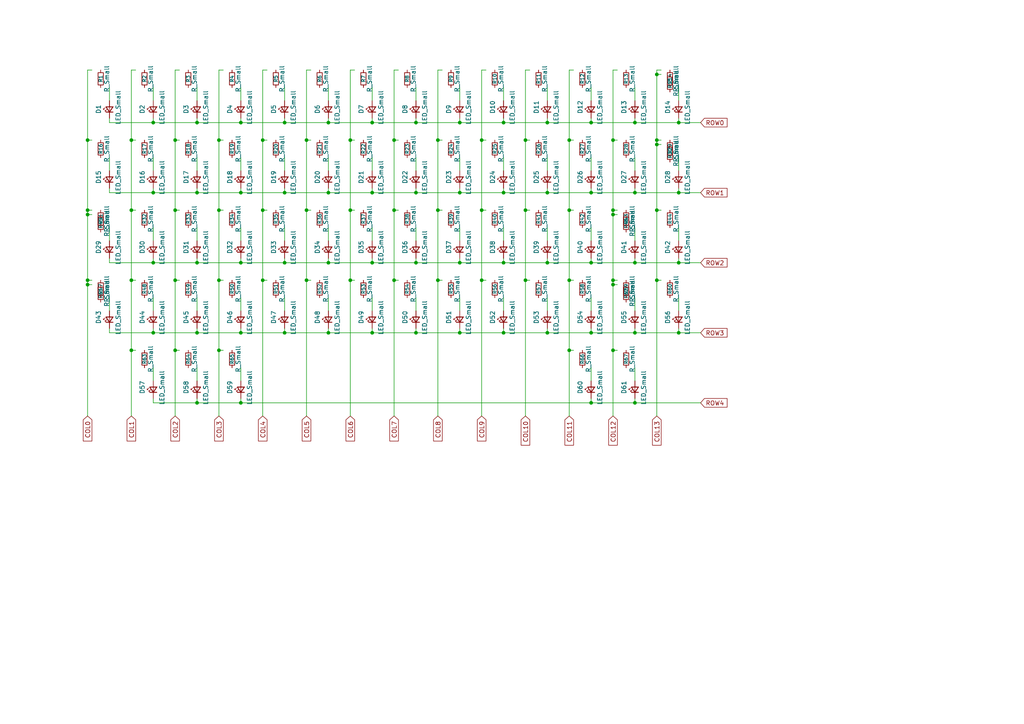
<source format=kicad_sch>
(kicad_sch (version 20250114) (generator "eeschema") (generator_version "9.0")
  (paper "A4")
  (junction (at 114.3 60.96))
  (junction (at 101.6 40.64))
  (junction (at 171.45 35.56))
  (junction (at 120.65 55.88))
  (junction (at 69.85 55.88))
  (junction (at 44.45 35.56))
  (junction (at 171.45 96.52))
  (junction (at 38.1 60.96))
  (junction (at 95.25 35.56))
  (junction (at 177.8 40.64))
  (junction (at 82.55 76.2))
  (junction (at 50.8 101.6))
  (junction (at 196.85 96.52))
  (junction (at 165.1 81.28))
  (junction (at 184.15 55.88))
  (junction (at 177.8 81.28))
  (junction (at 101.6 81.28))
  (junction (at 82.55 96.52))
  (junction (at 57.15 76.2))
  (junction (at 127 60.96))
  (junction (at 139.7 81.28))
  (junction (at 76.2 81.28))
  (junction (at 63.5 40.64))
  (junction (at 177.8 82.55))
  (junction (at 146.05 76.2))
  (junction (at 158.75 35.56))
  (junction (at 190.5 81.28))
  (junction (at 184.15 96.52))
  (junction (at 57.15 55.88))
  (junction (at 82.55 55.88))
  (junction (at 158.75 96.52))
  (junction (at 190.5 21.59))
  (junction (at 107.95 96.52))
  (junction (at 171.45 116.84))
  (junction (at 50.8 40.64))
  (junction (at 88.9 40.64))
  (junction (at 146.05 55.88))
  (junction (at 88.9 60.96))
  (junction (at 196.85 35.56))
  (junction (at 38.1 40.64))
  (junction (at 25.4 81.28))
  (junction (at 146.05 96.52))
  (junction (at 152.4 40.64))
  (junction (at 177.8 60.96))
  (junction (at 196.85 55.88))
  (junction (at 50.8 81.28))
  (junction (at 196.85 76.2))
  (junction (at 133.35 96.52))
  (junction (at 69.85 96.52))
  (junction (at 107.95 35.56))
  (junction (at 63.5 81.28))
  (junction (at 25.4 62.23))
  (junction (at 95.25 55.88))
  (junction (at 158.75 55.88))
  (junction (at 38.1 101.6))
  (junction (at 38.1 81.28))
  (junction (at 76.2 60.96))
  (junction (at 139.7 40.64))
  (junction (at 63.5 60.96))
  (junction (at 184.15 76.2))
  (junction (at 146.05 35.56))
  (junction (at 190.5 41.91))
  (junction (at 95.25 76.2))
  (junction (at 57.15 116.84))
  (junction (at 152.4 60.96))
  (junction (at 95.25 96.52))
  (junction (at 44.45 76.2))
  (junction (at 101.6 60.96))
  (junction (at 177.8 62.23))
  (junction (at 82.55 35.56))
  (junction (at 88.9 81.28))
  (junction (at 184.15 35.56))
  (junction (at 69.85 116.84))
  (junction (at 171.45 76.2))
  (junction (at 25.4 40.64))
  (junction (at 190.5 40.64))
  (junction (at 57.15 35.56))
  (junction (at 76.2 40.64))
  (junction (at 184.15 116.84))
  (junction (at 69.85 76.2))
  (junction (at 190.5 60.96))
  (junction (at 69.85 35.56))
  (junction (at 158.75 76.2))
  (junction (at 171.45 55.88))
  (junction (at 120.65 76.2))
  (junction (at 133.35 55.88))
  (junction (at 107.95 55.88))
  (junction (at 152.4 81.28))
  (junction (at 63.5 101.6))
  (junction (at 50.8 60.96))
  (junction (at 120.65 35.56))
  (junction (at 127 81.28))
  (junction (at 107.95 76.2))
  (junction (at 120.65 96.52))
  (junction (at 44.45 55.88))
  (junction (at 165.1 101.6))
  (junction (at 44.45 96.52))
  (junction (at 25.4 82.55))
  (junction (at 133.35 76.2))
  (junction (at 139.7 60.96))
  (junction (at 114.3 40.64))
  (junction (at 165.1 40.64))
  (junction (at 177.8 101.6))
  (junction (at 165.1 60.96))
  (junction (at 114.3 81.28))
  (junction (at 57.15 96.52))
  (junction (at 25.4 60.96))
  (junction (at 127 40.64))
  (junction (at 133.35 35.56))
  (wire (pts (xy 69.85 106.68) (xy 69.85 110.49)))
  (wire (pts (xy 101.6 20.32) (xy 101.6 40.64)))
  (wire (pts (xy 171.45 95.25) (xy 171.45 96.52)))
  (wire (pts (xy 153.67 81.28) (xy 152.4 81.28)))
  (wire (pts (xy 166.37 20.32) (xy 165.1 20.32)))
  (wire (pts (xy 165.1 40.64) (xy 165.1 60.96)))
  (wire (pts (xy 50.8 40.64) (xy 50.8 60.96)))
  (wire (pts (xy 133.35 55.88) (xy 146.05 55.88)))
  (wire (pts (xy 184.15 86.36) (xy 184.15 90.17)))
  (wire (pts (xy 44.45 25.4) (xy 44.45 29.21)))
  (wire (pts (xy 179.07 82.55) (xy 177.8 82.55)))
  (wire (pts (xy 146.05 34.29) (xy 146.05 35.56)))
  (wire (pts (xy 76.2 20.32) (xy 76.2 40.64)))
  (wire (pts (xy 196.85 76.2) (xy 203.2 76.2)))
  (wire (pts (xy 25.4 82.55) (xy 25.4 120.65)))
  (wire (pts (xy 25.4 60.96) (xy 25.4 62.23)))
  (wire (pts (xy 26.67 40.64) (xy 25.4 40.64)))
  (wire (pts (xy 82.55 66.04) (xy 82.55 69.85)))
  (wire (pts (xy 76.2 60.96) (xy 76.2 81.28)))
  (wire (pts (xy 57.15 76.2) (xy 69.85 76.2)))
  (wire (pts (xy 115.57 60.96) (xy 114.3 60.96)))
  (wire (pts (xy 158.75 25.4) (xy 158.75 29.21)))
  (wire (pts (xy 190.5 81.28) (xy 190.5 120.65)))
  (wire (pts (xy 120.65 35.56) (xy 133.35 35.56)))
  (wire (pts (xy 107.95 96.52) (xy 120.65 96.52)))
  (wire (pts (xy 127 81.28) (xy 127 120.65)))
  (wire (pts (xy 191.77 21.59) (xy 190.5 21.59)))
  (wire (pts (xy 171.45 86.36) (xy 171.45 90.17)))
  (wire (pts (xy 114.3 20.32) (xy 114.3 40.64)))
  (wire (pts (xy 69.85 25.4) (xy 69.85 29.21)))
  (wire (pts (xy 133.35 74.93) (xy 133.35 76.2)))
  (wire (pts (xy 152.4 20.32) (xy 152.4 40.64)))
  (wire (pts (xy 95.25 25.4) (xy 95.25 29.21)))
  (wire (pts (xy 184.15 116.84) (xy 203.2 116.84)))
  (wire (pts (xy 44.45 54.61) (xy 44.45 55.88)))
  (wire (pts (xy 31.75 34.29) (xy 31.75 35.56)))
  (wire (pts (xy 153.67 60.96) (xy 152.4 60.96)))
  (wire (pts (xy 139.7 60.96) (xy 139.7 81.28)))
  (wire (pts (xy 133.35 35.56) (xy 146.05 35.56)))
  (wire (pts (xy 57.15 35.56) (xy 69.85 35.56)))
  (wire (pts (xy 133.35 86.36) (xy 133.35 90.17)))
  (wire (pts (xy 171.45 76.2) (xy 184.15 76.2)))
  (wire (pts (xy 38.1 101.6) (xy 38.1 120.65)))
  (wire (pts (xy 57.15 55.88) (xy 69.85 55.88)))
  (wire (pts (xy 158.75 96.52) (xy 171.45 96.52)))
  (wire (pts (xy 158.75 66.04) (xy 158.75 69.85)))
  (wire (pts (xy 69.85 115.57) (xy 69.85 116.84)))
  (wire (pts (xy 82.55 74.93) (xy 82.55 76.2)))
  (wire (pts (xy 77.47 40.64) (xy 76.2 40.64)))
  (wire (pts (xy 191.77 60.96) (xy 190.5 60.96)))
  (wire (pts (xy 57.15 95.25) (xy 57.15 96.52)))
  (wire (pts (xy 82.55 54.61) (xy 82.55 55.88)))
  (wire (pts (xy 44.45 106.68) (xy 44.45 110.49)))
  (wire (pts (xy 44.45 95.25) (xy 44.45 96.52)))
  (wire (pts (xy 184.15 35.56) (xy 196.85 35.56)))
  (wire (pts (xy 139.7 40.64) (xy 139.7 60.96)))
  (wire (pts (xy 196.85 55.88) (xy 203.2 55.88)))
  (wire (pts (xy 95.25 66.04) (xy 95.25 69.85)))
  (wire (pts (xy 63.5 81.28) (xy 63.5 101.6)))
  (wire (pts (xy 69.85 76.2) (xy 82.55 76.2)))
  (wire (pts (xy 44.45 116.84) (xy 57.15 116.84)))
  (wire (pts (xy 69.85 116.84) (xy 171.45 116.84)))
  (wire (pts (xy 77.47 20.32) (xy 76.2 20.32)))
  (wire (pts (xy 133.35 54.61) (xy 133.35 55.88)))
  (wire (pts (xy 101.6 81.28) (xy 101.6 120.65)))
  (wire (pts (xy 146.05 66.04) (xy 146.05 69.85)))
  (wire (pts (xy 69.85 74.93) (xy 69.85 76.2)))
  (wire (pts (xy 52.07 60.96) (xy 50.8 60.96)))
  (wire (pts (xy 165.1 101.6) (xy 165.1 120.65)))
  (wire (pts (xy 57.15 116.84) (xy 69.85 116.84)))
  (wire (pts (xy 177.8 20.32) (xy 177.8 40.64)))
  (wire (pts (xy 95.25 96.52) (xy 107.95 96.52)))
  (wire (pts (xy 69.85 86.36) (xy 69.85 90.17)))
  (wire (pts (xy 171.45 115.57) (xy 171.45 116.84)))
  (wire (pts (xy 102.87 81.28) (xy 101.6 81.28)))
  (wire (pts (xy 57.15 86.36) (xy 57.15 90.17)))
  (wire (pts (xy 196.85 96.52) (xy 203.2 96.52)))
  (wire (pts (xy 171.45 35.56) (xy 184.15 35.56)))
  (wire (pts (xy 64.77 60.96) (xy 63.5 60.96)))
  (wire (pts (xy 184.15 95.25) (xy 184.15 96.52)))
  (wire (pts (xy 52.07 40.64) (xy 50.8 40.64)))
  (wire (pts (xy 31.75 96.52) (xy 44.45 96.52)))
  (wire (pts (xy 179.07 60.96) (xy 177.8 60.96)))
  (wire (pts (xy 140.97 60.96) (xy 139.7 60.96)))
  (wire (pts (xy 165.1 20.32) (xy 165.1 40.64)))
  (wire (pts (xy 133.35 76.2) (xy 146.05 76.2)))
  (wire (pts (xy 107.95 35.56) (xy 120.65 35.56)))
  (wire (pts (xy 171.45 25.4) (xy 171.45 29.21)))
  (wire (pts (xy 57.15 25.4) (xy 57.15 29.21)))
  (wire (pts (xy 115.57 40.64) (xy 114.3 40.64)))
  (wire (pts (xy 177.8 40.64) (xy 177.8 60.96)))
  (wire (pts (xy 196.85 86.36) (xy 196.85 90.17)))
  (wire (pts (xy 184.15 34.29) (xy 184.15 35.56)))
  (wire (pts (xy 140.97 40.64) (xy 139.7 40.64)))
  (wire (pts (xy 31.75 54.61) (xy 31.75 55.88)))
  (wire (pts (xy 120.65 86.36) (xy 120.65 90.17)))
  (wire (pts (xy 128.27 81.28) (xy 127 81.28)))
  (wire (pts (xy 140.97 81.28) (xy 139.7 81.28)))
  (wire (pts (xy 82.55 25.4) (xy 82.55 29.21)))
  (wire (pts (xy 158.75 34.29) (xy 158.75 35.56)))
  (wire (pts (xy 95.25 95.25) (xy 95.25 96.52)))
  (wire (pts (xy 50.8 101.6) (xy 50.8 120.65)))
  (wire (pts (xy 107.95 74.93) (xy 107.95 76.2)))
  (wire (pts (xy 82.55 96.52) (xy 95.25 96.52)))
  (wire (pts (xy 88.9 60.96) (xy 88.9 81.28)))
  (wire (pts (xy 146.05 74.93) (xy 146.05 76.2)))
  (wire (pts (xy 26.67 82.55) (xy 25.4 82.55)))
  (wire (pts (xy 114.3 40.64) (xy 114.3 60.96)))
  (wire (pts (xy 196.85 35.56) (xy 203.2 35.56)))
  (wire (pts (xy 101.6 60.96) (xy 101.6 81.28)))
  (wire (pts (xy 191.77 40.64) (xy 190.5 40.64)))
  (wire (pts (xy 166.37 40.64) (xy 165.1 40.64)))
  (wire (pts (xy 190.5 41.91) (xy 190.5 60.96)))
  (wire (pts (xy 107.95 55.88) (xy 120.65 55.88)))
  (wire (pts (xy 38.1 60.96) (xy 38.1 81.28)))
  (wire (pts (xy 57.15 45.72) (xy 57.15 49.53)))
  (wire (pts (xy 82.55 45.72) (xy 82.55 49.53)))
  (wire (pts (xy 95.25 54.61) (xy 95.25 55.88)))
  (wire (pts (xy 140.97 20.32) (xy 139.7 20.32)))
  (wire (pts (xy 25.4 81.28) (xy 25.4 82.55)))
  (wire (pts (xy 82.55 95.25) (xy 82.55 96.52)))
  (wire (pts (xy 88.9 20.32) (xy 88.9 40.64)))
  (wire (pts (xy 133.35 45.72) (xy 133.35 49.53)))
  (wire (pts (xy 166.37 101.6) (xy 165.1 101.6)))
  (wire (pts (xy 69.85 95.25) (xy 69.85 96.52)))
  (wire (pts (xy 158.75 55.88) (xy 171.45 55.88)))
  (wire (pts (xy 114.3 60.96) (xy 114.3 81.28)))
  (wire (pts (xy 69.85 54.61) (xy 69.85 55.88)))
  (wire (pts (xy 76.2 40.64) (xy 76.2 60.96)))
  (wire (pts (xy 52.07 101.6) (xy 50.8 101.6)))
  (wire (pts (xy 153.67 40.64) (xy 152.4 40.64)))
  (wire (pts (xy 25.4 40.64) (xy 25.4 60.96)))
  (wire (pts (xy 179.07 101.6) (xy 177.8 101.6)))
  (wire (pts (xy 26.67 20.32) (xy 25.4 20.32)))
  (wire (pts (xy 179.07 62.23) (xy 177.8 62.23)))
  (wire (pts (xy 146.05 76.2) (xy 158.75 76.2)))
  (wire (pts (xy 196.85 54.61) (xy 196.85 55.88)))
  (wire (pts (xy 52.07 20.32) (xy 50.8 20.32)))
  (wire (pts (xy 38.1 40.64) (xy 38.1 60.96)))
  (wire (pts (xy 165.1 81.28) (xy 165.1 101.6)))
  (wire (pts (xy 171.45 34.29) (xy 171.45 35.56)))
  (wire (pts (xy 31.75 74.93) (xy 31.75 76.2)))
  (wire (pts (xy 127 20.32) (xy 127 40.64)))
  (wire (pts (xy 146.05 86.36) (xy 146.05 90.17)))
  (wire (pts (xy 190.5 60.96) (xy 190.5 81.28)))
  (wire (pts (xy 107.95 66.04) (xy 107.95 69.85)))
  (wire (pts (xy 128.27 40.64) (xy 127 40.64)))
  (wire (pts (xy 196.85 74.93) (xy 196.85 76.2)))
  (wire (pts (xy 57.15 54.61) (xy 57.15 55.88)))
  (wire (pts (xy 25.4 62.23) (xy 25.4 81.28)))
  (wire (pts (xy 158.75 74.93) (xy 158.75 76.2)))
  (wire (pts (xy 90.17 81.28) (xy 88.9 81.28)))
  (wire (pts (xy 184.15 74.93) (xy 184.15 76.2)))
  (wire (pts (xy 153.67 20.32) (xy 152.4 20.32)))
  (wire (pts (xy 50.8 20.32) (xy 50.8 40.64)))
  (wire (pts (xy 190.5 40.64) (xy 190.5 41.91)))
  (wire (pts (xy 31.75 25.4) (xy 31.75 29.21)))
  (wire (pts (xy 158.75 45.72) (xy 158.75 49.53)))
  (wire (pts (xy 25.4 20.32) (xy 25.4 40.64)))
  (wire (pts (xy 44.45 74.93) (xy 44.45 76.2)))
  (wire (pts (xy 166.37 81.28) (xy 165.1 81.28)))
  (wire (pts (xy 120.65 96.52) (xy 133.35 96.52)))
  (wire (pts (xy 57.15 66.04) (xy 57.15 69.85)))
  (wire (pts (xy 171.45 54.61) (xy 171.45 55.88)))
  (wire (pts (xy 95.25 34.29) (xy 95.25 35.56)))
  (wire (pts (xy 88.9 40.64) (xy 88.9 60.96)))
  (wire (pts (xy 63.5 101.6) (xy 63.5 120.65)))
  (wire (pts (xy 158.75 35.56) (xy 171.45 35.56)))
  (wire (pts (xy 196.85 66.04) (xy 196.85 69.85)))
  (wire (pts (xy 31.75 76.2) (xy 44.45 76.2)))
  (wire (pts (xy 171.45 106.68) (xy 171.45 110.49)))
  (wire (pts (xy 77.47 60.96) (xy 76.2 60.96)))
  (wire (pts (xy 107.95 54.61) (xy 107.95 55.88)))
  (wire (pts (xy 50.8 60.96) (xy 50.8 81.28)))
  (wire (pts (xy 107.95 95.25) (xy 107.95 96.52)))
  (wire (pts (xy 146.05 96.52) (xy 158.75 96.52)))
  (wire (pts (xy 120.65 95.25) (xy 120.65 96.52)))
  (wire (pts (xy 90.17 60.96) (xy 88.9 60.96)))
  (wire (pts (xy 102.87 20.32) (xy 101.6 20.32)))
  (wire (pts (xy 31.75 95.25) (xy 31.75 96.52)))
  (wire (pts (xy 39.37 40.64) (xy 38.1 40.64)))
  (wire (pts (xy 146.05 35.56) (xy 158.75 35.56)))
  (wire (pts (xy 115.57 81.28) (xy 114.3 81.28)))
  (wire (pts (xy 31.75 66.04) (xy 31.75 69.85)))
  (wire (pts (xy 146.05 25.4) (xy 146.05 29.21)))
  (wire (pts (xy 95.25 86.36) (xy 95.25 90.17)))
  (wire (pts (xy 127 40.64) (xy 127 60.96)))
  (wire (pts (xy 44.45 34.29) (xy 44.45 35.56)))
  (wire (pts (xy 102.87 40.64) (xy 101.6 40.64)))
  (wire (pts (xy 82.55 34.29) (xy 82.55 35.56)))
  (wire (pts (xy 31.75 86.36) (xy 31.75 90.17)))
  (wire (pts (xy 44.45 86.36) (xy 44.45 90.17)))
  (wire (pts (xy 95.25 74.93) (xy 95.25 76.2)))
  (wire (pts (xy 26.67 60.96) (xy 25.4 60.96)))
  (wire (pts (xy 133.35 34.29) (xy 133.35 35.56)))
  (wire (pts (xy 139.7 81.28) (xy 139.7 120.65)))
  (wire (pts (xy 177.8 81.28) (xy 177.8 82.55)))
  (wire (pts (xy 57.15 96.52) (xy 69.85 96.52)))
  (wire (pts (xy 196.85 45.72) (xy 196.85 49.53)))
  (wire (pts (xy 191.77 41.91) (xy 190.5 41.91)))
  (wire (pts (xy 146.05 45.72) (xy 146.05 49.53)))
  (wire (pts (xy 184.15 25.4) (xy 184.15 29.21)))
  (wire (pts (xy 38.1 81.28) (xy 38.1 101.6)))
  (wire (pts (xy 120.65 54.61) (xy 120.65 55.88)))
  (wire (pts (xy 107.95 86.36) (xy 107.95 90.17)))
  (wire (pts (xy 127 60.96) (xy 127 81.28)))
  (wire (pts (xy 44.45 76.2) (xy 57.15 76.2)))
  (wire (pts (xy 120.65 76.2) (xy 133.35 76.2)))
  (wire (pts (xy 82.55 86.36) (xy 82.55 90.17)))
  (wire (pts (xy 120.65 66.04) (xy 120.65 69.85)))
  (wire (pts (xy 120.65 74.93) (xy 120.65 76.2)))
  (wire (pts (xy 31.75 55.88) (xy 44.45 55.88)))
  (wire (pts (xy 146.05 54.61) (xy 146.05 55.88)))
  (wire (pts (xy 177.8 101.6) (xy 177.8 120.65)))
  (wire (pts (xy 69.85 55.88) (xy 82.55 55.88)))
  (wire (pts (xy 139.7 20.32) (xy 139.7 40.64)))
  (wire (pts (xy 57.15 115.57) (xy 57.15 116.84)))
  (wire (pts (xy 102.87 60.96) (xy 101.6 60.96)))
  (wire (pts (xy 26.67 62.23) (xy 25.4 62.23)))
  (wire (pts (xy 184.15 54.61) (xy 184.15 55.88)))
  (wire (pts (xy 31.75 45.72) (xy 31.75 49.53)))
  (wire (pts (xy 82.55 76.2) (xy 95.25 76.2)))
  (wire (pts (xy 171.45 55.88) (xy 184.15 55.88)))
  (wire (pts (xy 133.35 25.4) (xy 133.35 29.21)))
  (wire (pts (xy 184.15 55.88) (xy 196.85 55.88)))
  (wire (pts (xy 133.35 96.52) (xy 146.05 96.52)))
  (wire (pts (xy 177.8 82.55) (xy 177.8 101.6)))
  (wire (pts (xy 90.17 40.64) (xy 88.9 40.64)))
  (wire (pts (xy 31.75 35.56) (xy 44.45 35.56)))
  (wire (pts (xy 39.37 81.28) (xy 38.1 81.28)))
  (wire (pts (xy 107.95 45.72) (xy 107.95 49.53)))
  (wire (pts (xy 44.45 45.72) (xy 44.45 49.53)))
  (wire (pts (xy 44.45 96.52) (xy 57.15 96.52)))
  (wire (pts (xy 191.77 20.32) (xy 190.5 20.32)))
  (wire (pts (xy 128.27 60.96) (xy 127 60.96)))
  (wire (pts (xy 76.2 81.28) (xy 76.2 120.65)))
  (wire (pts (xy 95.25 35.56) (xy 107.95 35.56)))
  (wire (pts (xy 64.77 40.64) (xy 63.5 40.64)))
  (wire (pts (xy 158.75 76.2) (xy 171.45 76.2)))
  (wire (pts (xy 179.07 81.28) (xy 177.8 81.28)))
  (wire (pts (xy 190.5 20.32) (xy 190.5 21.59)))
  (wire (pts (xy 95.25 76.2) (xy 107.95 76.2)))
  (wire (pts (xy 69.85 66.04) (xy 69.85 69.85)))
  (wire (pts (xy 166.37 60.96) (xy 165.1 60.96)))
  (wire (pts (xy 38.1 20.32) (xy 38.1 40.64)))
  (wire (pts (xy 63.5 40.64) (xy 63.5 60.96)))
  (wire (pts (xy 133.35 66.04) (xy 133.35 69.85)))
  (wire (pts (xy 101.6 40.64) (xy 101.6 60.96)))
  (wire (pts (xy 57.15 34.29) (xy 57.15 35.56)))
  (wire (pts (xy 184.15 115.57) (xy 184.15 116.84)))
  (wire (pts (xy 52.07 81.28) (xy 50.8 81.28)))
  (wire (pts (xy 184.15 106.68) (xy 184.15 110.49)))
  (wire (pts (xy 44.45 115.57) (xy 44.45 116.84)))
  (wire (pts (xy 120.65 25.4) (xy 120.65 29.21)))
  (wire (pts (xy 107.95 25.4) (xy 107.95 29.21)))
  (wire (pts (xy 177.8 62.23) (xy 177.8 81.28)))
  (wire (pts (xy 179.07 40.64) (xy 177.8 40.64)))
  (wire (pts (xy 69.85 45.72) (xy 69.85 49.53)))
  (wire (pts (xy 44.45 66.04) (xy 44.45 69.85)))
  (wire (pts (xy 152.4 60.96) (xy 152.4 81.28)))
  (wire (pts (xy 39.37 60.96) (xy 38.1 60.96)))
  (wire (pts (xy 184.15 96.52) (xy 196.85 96.52)))
  (wire (pts (xy 196.85 25.4) (xy 196.85 29.21)))
  (wire (pts (xy 177.8 60.96) (xy 177.8 62.23)))
  (wire (pts (xy 44.45 55.88) (xy 57.15 55.88)))
  (wire (pts (xy 39.37 101.6) (xy 38.1 101.6)))
  (wire (pts (xy 171.45 66.04) (xy 171.45 69.85)))
  (wire (pts (xy 64.77 20.32) (xy 63.5 20.32)))
  (wire (pts (xy 184.15 76.2) (xy 196.85 76.2)))
  (wire (pts (xy 146.05 95.25) (xy 146.05 96.52)))
  (wire (pts (xy 82.55 35.56) (xy 95.25 35.56)))
  (wire (pts (xy 69.85 35.56) (xy 82.55 35.56)))
  (wire (pts (xy 120.65 45.72) (xy 120.65 49.53)))
  (wire (pts (xy 179.07 20.32) (xy 177.8 20.32)))
  (wire (pts (xy 171.45 96.52) (xy 184.15 96.52)))
  (wire (pts (xy 63.5 60.96) (xy 63.5 81.28)))
  (wire (pts (xy 184.15 66.04) (xy 184.15 69.85)))
  (wire (pts (xy 107.95 34.29) (xy 107.95 35.56)))
  (wire (pts (xy 95.25 55.88) (xy 107.95 55.88)))
  (wire (pts (xy 95.25 45.72) (xy 95.25 49.53)))
  (wire (pts (xy 120.65 55.88) (xy 133.35 55.88)))
  (wire (pts (xy 69.85 96.52) (xy 82.55 96.52)))
  (wire (pts (xy 63.5 20.32) (xy 63.5 40.64)))
  (wire (pts (xy 191.77 81.28) (xy 190.5 81.28)))
  (wire (pts (xy 171.45 116.84) (xy 184.15 116.84)))
  (wire (pts (xy 69.85 34.29) (xy 69.85 35.56)))
  (wire (pts (xy 152.4 81.28) (xy 152.4 120.65)))
  (wire (pts (xy 64.77 101.6) (xy 63.5 101.6)))
  (wire (pts (xy 115.57 20.32) (xy 114.3 20.32)))
  (wire (pts (xy 158.75 54.61) (xy 158.75 55.88)))
  (wire (pts (xy 82.55 55.88) (xy 95.25 55.88)))
  (wire (pts (xy 196.85 34.29) (xy 196.85 35.56)))
  (wire (pts (xy 165.1 60.96) (xy 165.1 81.28)))
  (wire (pts (xy 196.85 95.25) (xy 196.85 96.52)))
  (wire (pts (xy 77.47 81.28) (xy 76.2 81.28)))
  (wire (pts (xy 133.35 95.25) (xy 133.35 96.52)))
  (wire (pts (xy 184.15 45.72) (xy 184.15 49.53)))
  (wire (pts (xy 190.5 21.59) (xy 190.5 40.64)))
  (wire (pts (xy 57.15 74.93) (xy 57.15 76.2)))
  (wire (pts (xy 128.27 20.32) (xy 127 20.32)))
  (wire (pts (xy 158.75 95.25) (xy 158.75 96.52)))
  (wire (pts (xy 171.45 74.93) (xy 171.45 76.2)))
  (wire (pts (xy 26.67 81.28) (xy 25.4 81.28)))
  (wire (pts (xy 152.4 40.64) (xy 152.4 60.96)))
  (wire (pts (xy 171.45 45.72) (xy 171.45 49.53)))
  (wire (pts (xy 120.65 34.29) (xy 120.65 35.56)))
  (wire (pts (xy 90.17 20.32) (xy 88.9 20.32)))
  (wire (pts (xy 146.05 55.88) (xy 158.75 55.88)))
  (wire (pts (xy 107.95 76.2) (xy 120.65 76.2)))
  (wire (pts (xy 57.15 106.68) (xy 57.15 110.49)))
  (wire (pts (xy 88.9 81.28) (xy 88.9 120.65)))
  (wire (pts (xy 114.3 81.28) (xy 114.3 120.65)))
  (wire (pts (xy 50.8 81.28) (xy 50.8 101.6)))
  (wire (pts (xy 39.37 20.32) (xy 38.1 20.32)))
  (wire (pts (xy 64.77 81.28) (xy 63.5 81.28)))
  (wire (pts (xy 44.45 35.56) (xy 57.15 35.56)))
  (wire (pts (xy 158.75 86.36) (xy 158.75 90.17)))
  (global_label "COL9" (shape input) (at 139.7 120.65 270) (property "Intersheetrefs" "${INTERSHEET_REFS}" (effects (hide yes))))
  (global_label "COL7" (shape input) (at 114.3 120.65 270) (property "Intersheetrefs" "${INTERSHEET_REFS}" (effects (hide yes))))
  (global_label "COL2" (shape input) (at 50.8 120.65 270) (property "Intersheetrefs" "${INTERSHEET_REFS}" (effects (hide yes))))
  (global_label "COL1" (shape input) (at 38.1 120.65 270) (property "Intersheetrefs" "${INTERSHEET_REFS}" (effects (hide yes))))
  (global_label "COL11" (shape input) (at 165.1 120.65 270) (property "Intersheetrefs" "${INTERSHEET_REFS}" (effects (hide yes))))
  (global_label "COL3" (shape input) (at 63.5 120.65 270) (property "Intersheetrefs" "${INTERSHEET_REFS}" (effects (hide yes))))
  (global_label "COL12" (shape input) (at 177.8 120.65 270) (property "Intersheetrefs" "${INTERSHEET_REFS}" (effects (hide yes))))
  (global_label "ROW2" (shape input) (at 203.2 76.2 0) (property "Intersheetrefs" "${INTERSHEET_REFS}" (effects (hide yes))))
  (global_label "ROW1" (shape input) (at 203.2 55.88 0) (property "Intersheetrefs" "${INTERSHEET_REFS}" (effects (hide yes))))
  (global_label "ROW3" (shape input) (at 203.2 96.52 0) (property "Intersheetrefs" "${INTERSHEET_REFS}" (effects (hide yes))))
  (global_label "COL5" (shape input) (at 88.9 120.65 270) (property "Intersheetrefs" "${INTERSHEET_REFS}" (effects (hide yes))))
  (global_label "ROW0" (shape input) (at 203.2 35.56 0) (property "Intersheetrefs" "${INTERSHEET_REFS}" (effects (hide yes))))
  (global_label "COL6" (shape input) (at 101.6 120.65 270) (property "Intersheetrefs" "${INTERSHEET_REFS}" (effects (hide yes))))
  (global_label "COL4" (shape input) (at 76.2 120.65 270) (property "Intersheetrefs" "${INTERSHEET_REFS}" (effects (hide yes))))
  (global_label "COL10" (shape input) (at 152.4 120.65 270) (property "Intersheetrefs" "${INTERSHEET_REFS}" (effects (hide yes))))
  (global_label "COL8" (shape input) (at 127 120.65 270) (property "Intersheetrefs" "${INTERSHEET_REFS}" (effects (hide yes))))
  (global_label "COL0" (shape input) (at 25.4 120.65 270) (property "Intersheetrefs" "${INTERSHEET_REFS}" (effects (hide yes))))
  (global_label "ROW4" (shape input) (at 203.2 116.84 0) (property "Intersheetrefs" "${INTERSHEET_REFS}" (effects (hide yes))))
  (global_label "COL13" (shape input) (at 190.5 120.65 270) (property "Intersheetrefs" "${INTERSHEET_REFS}" (effects (hide yes))))
  (symbol (lib_name "LED_Small_5") (lib_id "Device:LED_Small") (at -100.33 44.45 270) (unit 1)
    (property "Reference" "D85" (at -97.155 43.18 0) (effects (justify left)))
    (property "Value" "LED_Small" (at -102.87 40.005 0) (effects (justify left)))
    (property "Description" "Light emitting diode, small symbol" (effects (hide yes)))
    (property "Sim.Pin" "1=K 2=A" (effects (hide yes)))
  )
  (symbol (lib_id "Device:R_Small") (at 67.31 43.18 0) (unit 1)
    (property "Reference" "R19" (at 67.31 43.18 90) (effects (font (size 1.016 1.016))))
    (property "Value" "R_Small" (at 69.088 43.18 90))
    (property "Description" "Resistor, small symbol" (effects (hide yes)))
  )
  (symbol (lib_id "Device:LED_Small") (at 31.75 52.07 90) (unit 1)
    (property "Reference" "D15" (at 28.575 53.34 0) (effects (justify left)))
    (property "Value" "LED_Small" (at 34.29 56.515 0) (effects (justify left)))
    (property "Description" "Light emitting diode, small symbol" (effects (hide yes)))
    (property "Sim.Pin" "1=K 2=A" (effects (hide yes)))
  )
  (symbol (lib_name "LED_Small_42") (lib_id "Device:LED_Small") (at -201.93 30.48 270) (unit 1)
    (property "Reference" "D63" (at -198.755 29.21 0) (effects (justify left)))
    (property "Value" "LED_Small" (at -204.47 26.035 0) (effects (justify left)))
    (property "Description" "Light emitting diode, small symbol" (effects (hide yes)))
    (property "Sim.Pin" "1=K 2=A" (effects (hide yes)))
  )
  (symbol (lib_name "LED_Small_9") (lib_id "Device:LED_Small") (at -220.98 71.12 270) (unit 1)
    (property "Reference" "D122" (at -217.805 69.85 0) (effects (justify left)))
    (property "Value" "LED_Small" (at -223.52 66.675 0) (effects (justify left)))
    (property "Description" "Light emitting diode, small symbol" (effects (hide yes)))
    (property "Sim.Pin" "1=K 2=A" (effects (hide yes)))
  )
  (symbol (lib_name "R_Small_11") (lib_id "Device:R_Small") (at -204.47 27.94 90) (unit 1)
    (property "Reference" "R69" (at -204.47 27.94 90) (effects (font (size 1.016 1.016))))
    (property "Value" "R_Small" (at -204.47 26.162 90) (effects (justify top)))
    (property "Description" "Resistor, small symbol" (effects (hide yes)))
  )
  (symbol (lib_name "LED_Small_42") (lib_id "Device:LED_Small") (at -201.93 64.77 270) (unit 1)
    (property "Reference" "D91" (at -198.755 63.5 0) (effects (justify left)))
    (property "Value" "LED_Small" (at -204.47 60.325 0) (effects (justify left)))
    (property "Description" "Light emitting diode, small symbol" (effects (hide yes)))
    (property "Sim.Pin" "1=K 2=A" (effects (hide yes)))
  )
  (symbol (lib_name "LED_Small_28") (lib_id "Device:LED_Small") (at -138.43 44.45 270) (unit 1)
    (property "Reference" "D82" (at -135.255 43.18 0) (effects (justify left)))
    (property "Value" "LED_Small" (at -140.97 40.005 0) (effects (justify left)))
    (property "Description" "Light emitting diode, small symbol" (effects (hide yes)))
    (property "Sim.Pin" "1=K 2=A" (effects (hide yes)))
  )
  (symbol (lib_id "Device:R_Small") (at 143.51 22.86 0) (unit 1)
    (property "Reference" "R10" (at 143.51 22.86 90) (effects (font (size 1.016 1.016))))
    (property "Value" "R_Small" (at 145.288 22.86 90))
    (property "Description" "Resistor, small symbol" (effects (hide yes)))
  )
  (symbol (lib_id "Device:R_Small") (at 118.11 43.18 0) (unit 1)
    (property "Reference" "R23" (at 118.11 43.18 90) (effects (font (size 1.016 1.016))))
    (property "Value" "R_Small" (at 119.888 43.18 90))
    (property "Description" "Resistor, small symbol" (effects (hide yes)))
  )
  (symbol (lib_id "Device:R_Small") (at 118.11 63.5 0) (unit 1)
    (property "Reference" "R38" (at 118.11 63.5 90) (effects (font (size 1.016 1.016))))
    (property "Value" "R_Small" (at 119.888 63.5 90))
    (property "Description" "Resistor, small symbol" (effects (hide yes)))
  )
  (symbol (lib_name "R_Small_61") (lib_id "Device:R_Small") (at -217.17 62.23 90) (unit 1)
    (property "Reference" "R98" (at -217.17 62.23 90) (effects (font (size 1.016 1.016))))
    (property "Value" "R_Small" (at -217.17 60.452 90))
    (property "Description" "Resistor, small symbol" (effects (hide yes)))
  )
  (symbol (lib_id "Device:LED_Small") (at 57.15 72.39 90) (unit 1)
    (property "Reference" "D31" (at 53.975 73.66 0) (effects (justify left)))
    (property "Value" "LED_Small" (at 59.69 76.835 0) (effects (justify left)))
    (property "Description" "Light emitting diode, small symbol" (effects (hide yes)))
    (property "Sim.Pin" "1=K 2=A" (effects (hide yes)))
  )
  (symbol (lib_name "LED_Small_26") (lib_id "Device:LED_Small") (at -87.63 85.09 270) (unit 1)
    (property "Reference" "D114" (at -84.455 83.82 0) (effects (justify left)))
    (property "Value" "LED_Small" (at -90.17 80.645 0) (effects (justify left)))
    (property "Description" "Light emitting diode, small symbol" (effects (hide yes)))
    (property "Sim.Pin" "1=K 2=A" (effects (hide yes)))
  )
  (symbol (lib_id "Device:LED_Small") (at 184.15 52.07 90) (unit 1)
    (property "Reference" "D27" (at 180.975 53.34 0) (effects (justify left)))
    (property "Value" "LED_Small" (at 186.69 56.515 0) (effects (justify left)))
    (property "Description" "Light emitting diode, small symbol" (effects (hide yes)))
    (property "Sim.Pin" "1=K 2=A" (effects (hide yes)))
  )
  (symbol (lib_name "R_Small_58") (lib_id "Device:R_Small") (at -191.77 82.55 90) (unit 1)
    (property "Reference" "R116" (at -191.77 82.55 90) (effects (font (size 1.016 1.016))))
    (property "Value" "R_Small" (at -191.77 80.772 90))
    (property "Description" "Resistor, small symbol" (effects (hide yes)))
  )
  (symbol (lib_name "LED_Small_40") (lib_id "Device:LED_Small") (at -64.77 107.95 270) (unit 1)
    (property "Reference" "D130" (at -61.595 106.68 0) (effects (justify left)))
    (property "Value" "LED_Small" (at -67.31 103.505 0) (effects (justify left)))
    (property "Description" "Light emitting diode, small symbol" (effects (hide yes)))
    (property "Sim.Pin" "1=K 2=A" (effects (hide yes)))
  )
  (symbol (lib_name "R_Small_66") (lib_id "Device:R_Small") (at -140.97 41.91 90) (unit 1)
    (property "Reference" "R89" (at -140.97 41.91 90) (effects (font (size 1.016 1.016))))
    (property "Value" "R_Small" (at -140.97 40.132 90))
    (property "Description" "Resistor, small symbol" (effects (hide yes)))
  )
  (symbol (lib_name "LED_Small_5") (lib_id "Device:LED_Small") (at -100.33 85.09 270) (unit 1)
    (property "Reference" "D113" (at -97.155 83.82 0) (effects (justify left)))
    (property "Value" "LED_Small" (at -102.87 80.645 0) (effects (justify left)))
    (property "Description" "Light emitting diode, small symbol" (effects (hide yes)))
    (property "Sim.Pin" "1=K 2=A" (effects (hide yes)))
  )
  (symbol (lib_id "Device:LED_Small") (at 171.45 92.71 90) (unit 1)
    (property "Reference" "D54" (at 168.275 93.98 0) (effects (justify left)))
    (property "Value" "LED_Small" (at 173.99 97.155 0) (effects (justify left)))
    (property "Description" "Light emitting diode, small symbol" (effects (hide yes)))
    (property "Sim.Pin" "1=K 2=A" (effects (hide yes)))
  )
  (symbol (lib_name "LED_Small_19") (lib_id "Device:LED_Small") (at -163.83 44.45 270) (unit 1)
    (property "Reference" "D80" (at -160.655 43.18 0) (effects (justify left)))
    (property "Value" "LED_Small" (at -166.37 40.005 0) (effects (justify left)))
    (property "Description" "Light emitting diode, small symbol" (effects (hide yes)))
    (property "Sim.Pin" "1=K 2=A" (effects (hide yes)))
  )
  (symbol (lib_id "Device:R_Small") (at 194.31 22.86 0) (unit 1)
    (property "Reference" "R14" (at 194.31 22.86 90) (effects (font (size 1.016 1.016))))
    (property "Value" "R_Small" (at 196.088 22.86 90))
    (property "Description" "Resistor, small symbol" (effects (hide yes)))
  )
  (symbol (lib_id "Device:LED_Small") (at 107.95 52.07 90) (unit 1)
    (property "Reference" "D21" (at 104.775 53.34 0) (effects (justify left)))
    (property "Value" "LED_Small" (at 110.49 56.515 0) (effects (justify left)))
    (property "Description" "Light emitting diode, small symbol" (effects (hide yes)))
    (property "Sim.Pin" "1=K 2=A" (effects (hide yes)))
  )
  (symbol (lib_id "Device:R_Small") (at 29.21 43.18 0) (unit 1)
    (property "Reference" "R16" (at 29.21 43.18 90) (effects (font (size 1.016 1.016))))
    (property "Value" "R_Small" (at 30.988 43.18 90))
    (property "Description" "Resistor, small symbol" (effects (hide yes)))
  )
  (symbol (lib_name "LED_Small_40") (lib_id "Device:LED_Small") (at -62.23 64.77 270) (unit 1)
    (property "Reference" "D102" (at -59.055 63.5 0) (effects (justify left)))
    (property "Value" "LED_Small" (at -64.77 60.325 0) (effects (justify left)))
    (property "Description" "Light emitting diode, small symbol" (effects (hide yes)))
    (property "Sim.Pin" "1=K 2=A" (effects (hide yes)))
  )
  (symbol (lib_id "Device:R_Small") (at 92.71 43.18 0) (unit 1)
    (property "Reference" "R21" (at 92.71 43.18 90) (effects (font (size 1.016 1.016))))
    (property "Value" "R_Small" (at 94.488 43.18 90))
    (property "Description" "Resistor, small symbol" (effects (hide yes)))
  )
  (symbol (lib_name "LED_Small_27") (lib_id "Device:LED_Small") (at -151.13 30.48 270) (unit 1)
    (property "Reference" "D67" (at -147.955 29.21 0) (effects (justify left)))
    (property "Value" "LED_Small" (at -153.67 26.035 0) (effects (justify left)))
    (property "Description" "Light emitting diode, small symbol" (effects (hide yes)))
    (property "Sim.Pin" "1=K 2=A" (effects (hide yes)))
  )
  (symbol (lib_id "Device:LED_Small") (at 44.45 113.03 90) (unit 1)
    (property "Reference" "D57" (at 41.275 114.3 0) (effects (justify left)))
    (property "Value" "LED_Small" (at 46.99 117.475 0) (effects (justify left)))
    (property "Description" "Light emitting diode, small symbol" (effects (hide yes)))
    (property "Sim.Pin" "1=K 2=A" (effects (hide yes)))
  )
  (symbol (lib_name "LED_Small_43") (lib_id "Device:LED_Small") (at -74.93 85.09 270) (unit 1)
    (property "Reference" "D115" (at -71.755 83.82 0) (effects (justify left)))
    (property "Value" "LED_Small" (at -77.47 80.645 0) (effects (justify left)))
    (property "Description" "Light emitting diode, small symbol" (effects (hide yes)))
    (property "Sim.Pin" "1=K 2=A" (effects (hide yes)))
  )
  (symbol (lib_id "Device:LED_Small") (at 146.05 52.07 90) (unit 1)
    (property "Reference" "D24" (at 142.875 53.34 0) (effects (justify left)))
    (property "Value" "LED_Small" (at 148.59 56.515 0) (effects (justify left)))
    (property "Description" "Light emitting diode, small symbol" (effects (hide yes)))
    (property "Sim.Pin" "1=K 2=A" (effects (hide yes)))
  )
  (symbol (lib_id "Device:R_Small") (at 168.91 22.86 0) (unit 1)
    (property "Reference" "R12" (at 168.91 22.86 90) (effects (font (size 1.016 1.016))))
    (property "Value" "R_Small" (at 170.688 22.86 90))
    (property "Description" "Resistor, small symbol" (effects (hide yes)))
  )
  (symbol (lib_id "Device:R_Small") (at 181.61 22.86 0) (unit 1)
    (property "Reference" "R13" (at 181.61 22.86 90) (effects (font (size 1.016 1.016))))
    (property "Value" "R_Small" (at 183.388 22.86 90))
    (property "Description" "Resistor, small symbol" (effects (hide yes)))
  )
  (symbol (lib_id "Device:R_Small") (at 92.71 83.82 0) (unit 1)
    (property "Reference" "R52" (at 92.71 83.82 90) (effects (font (size 1.016 1.016))))
    (property "Value" "R_Small" (at 94.488 83.82 90))
    (property "Description" "Resistor, small symbol" (effects (hide yes)))
  )
  (symbol (lib_id "Device:R_Small") (at 118.11 83.82 0) (unit 1)
    (property "Reference" "R54" (at 118.11 83.82 90) (effects (font (size 1.016 1.016))))
    (property "Value" "R_Small" (at 119.888 83.82 90))
    (property "Description" "Resistor, small symbol" (effects (hide yes)))
  )
  (symbol (lib_id "Device:LED_Small") (at 120.65 92.71 90) (unit 1)
    (property "Reference" "D50" (at 117.475 93.98 0) (effects (justify left)))
    (property "Value" "LED_Small" (at 123.19 97.155 0) (effects (justify left)))
    (property "Description" "Light emitting diode, small symbol" (effects (hide yes)))
    (property "Sim.Pin" "1=K 2=A" (effects (hide yes)))
  )
  (symbol (lib_id "Device:R_Small") (at 105.41 43.18 0) (unit 1)
    (property "Reference" "R22" (at 105.41 43.18 90) (effects (font (size 1.016 1.016))))
    (property "Value" "R_Small" (at 107.188 43.18 90))
    (property "Description" "Resistor, small symbol" (effects (hide yes)))
  )
  (symbol (lib_name "LED_Small_42") (lib_id "Device:LED_Small") (at -201.93 44.45 270) (unit 1)
    (property "Reference" "D77" (at -198.755 43.18 0) (effects (justify left)))
    (property "Value" "LED_Small" (at -204.47 40.005 0) (effects (justify left)))
    (property "Description" "Light emitting diode, small symbol" (effects (hide yes)))
    (property "Sim.Pin" "1=K 2=A" (effects (hide yes)))
  )
  (symbol (lib_id "Device:R_Small") (at 67.31 63.5 0) (unit 1)
    (property "Reference" "R34" (at 67.31 63.5 90) (effects (font (size 1.016 1.016))))
    (property "Value" "R_Small" (at 69.088 63.5 90))
    (property "Description" "Resistor, small symbol" (effects (hide yes)))
  )
  (symbol (lib_id "Device:R_Small") (at 156.21 83.82 0) (unit 1)
    (property "Reference" "R57" (at 156.21 83.82 90) (effects (font (size 1.016 1.016))))
    (property "Value" "R_Small" (at 157.988 83.82 90))
    (property "Description" "Resistor, small symbol" (effects (hide yes)))
  )
  (symbol (lib_name "LED_Small_40") (lib_id "Device:LED_Small") (at -62.23 44.45 270) (unit 1)
    (property "Reference" "D88" (at -59.055 43.18 0) (effects (justify left)))
    (property "Value" "LED_Small" (at -64.77 40.005 0) (effects (justify left)))
    (property "Description" "Light emitting diode, small symbol" (effects (hide yes)))
    (property "Sim.Pin" "1=K 2=A" (effects (hide yes)))
  )
  (symbol (lib_id "Device:R_Small") (at 105.41 83.82 0) (unit 1)
    (property "Reference" "R53" (at 105.41 83.82 90) (effects (font (size 1.016 1.016))))
    (property "Value" "R_Small" (at 107.188 83.82 90))
    (property "Description" "Resistor, small symbol" (effects (hide yes)))
  )
  (symbol (lib_id "Device:LED_Small") (at 82.55 52.07 90) (unit 1)
    (property "Reference" "D19" (at 79.375 53.34 0) (effects (justify left)))
    (property "Value" "LED_Small" (at 85.09 56.515 0) (effects (justify left)))
    (property "Description" "Light emitting diode, small symbol" (effects (hide yes)))
    (property "Sim.Pin" "1=K 2=A" (effects (hide yes)))
  )
  (symbol (lib_name "R_Small_32") (lib_id "Device:R_Small") (at -217.17 82.55 90) (unit 1)
    (property "Reference" "R114" (at -217.17 82.55 90) (effects (font (size 1.016 1.016))))
    (property "Value" "R_Small" (at -217.17 80.772 90))
    (property "Description" "Resistor, small symbol" (effects (hide yes)))
  )
  (symbol (lib_name "LED_Small_26") (lib_id "Device:LED_Small") (at -87.63 44.45 270) (unit 1)
    (property "Reference" "D86" (at -84.455 43.18 0) (effects (justify left)))
    (property "Value" "LED_Small" (at -90.17 40.005 0) (effects (justify left)))
    (property "Description" "Light emitting diode, small symbol" (effects (hide yes)))
    (property "Sim.Pin" "1=K 2=A" (effects (hide yes)))
  )
  (symbol (lib_name "LED_Small_9") (lib_id "Device:LED_Small") (at -214.63 44.45 270) (unit 1)
    (property "Reference" "D76" (at -211.455 43.18 0) (effects (justify left)))
    (property "Value" "LED_Small" (at -217.17 40.005 0) (effects (justify left)))
    (property "Description" "Light emitting diode, small symbol" (effects (hide yes)))
    (property "Sim.Pin" "1=K 2=A" (effects (hide yes)))
  )
  (symbol (lib_name "R_Small_21") (lib_id "Device:R_Small") (at -166.37 62.23 90) (unit 1)
    (property "Reference" "R102" (at -166.37 62.23 90) (effects (font (size 1.016 1.016))))
    (property "Value" "R_Small" (at -166.37 60.452 90))
    (property "Description" "Resistor, small symbol" (effects (hide yes)))
  )
  (symbol (lib_name "LED_Small_4") (lib_id "Device:LED_Small") (at -113.03 30.48 270) (unit 1)
    (property "Reference" "D70" (at -109.855 29.21 0) (effects (justify left)))
    (property "Value" "LED_Small" (at -115.57 26.035 0) (effects (justify left)))
    (property "Description" "Light emitting diode, small symbol" (effects (hide yes)))
    (property "Sim.Pin" "1=K 2=A" (effects (hide yes)))
  )
  (symbol (lib_id "Device:R_Small") (at 80.01 83.82 0) (unit 1)
    (property "Reference" "R51" (at 80.01 83.82 90) (effects (font (size 1.016 1.016))))
    (property "Value" "R_Small" (at 81.788 83.82 90))
    (property "Description" "Resistor, small symbol" (effects (hide yes)))
  )
  (symbol (lib_id "Device:R_Small") (at 29.21 63.5 0) (unit 1)
    (property "Reference" "R31" (at 29.21 63.5 90) (effects (font (size 1.016 1.016))))
    (property "Value" "R_Small" (at 30.988 63.5 90))
    (property "Description" "Resistor, small symbol" (effects (hide yes)))
  )
  (symbol (lib_name "R_Small_53") (lib_id "Device:R_Small") (at -102.87 62.23 90) (unit 1)
    (property "Reference" "R107" (at -102.87 62.23 90) (effects (font (size 1.016 1.016))))
    (property "Value" "R_Small" (at -102.87 60.452 90))
    (property "Description" "Resistor, small symbol" (effects (hide yes)))
  )
  (symbol (lib_name "LED_Small_27") (lib_id "Device:LED_Small") (at -151.13 64.77 270) (unit 1)
    (property "Reference" "D95" (at -147.955 63.5 0) (effects (justify left)))
    (property "Value" "LED_Small" (at -153.67 60.325 0) (effects (justify left)))
    (property "Description" "Light emitting diode, small symbol" (effects (hide yes)))
    (property "Sim.Pin" "1=K 2=A" (effects (hide yes)))
  )
  (symbol (lib_name "LED_Small_9") (lib_id "Device:LED_Small") (at -214.63 85.09 270) (unit 1)
    (property "Reference" "D104" (at -211.455 83.82 0) (effects (justify left)))
    (property "Value" "LED_Small" (at -217.17 80.645 0) (effects (justify left)))
    (property "Description" "Light emitting diode, small symbol" (effects (hide yes)))
    (property "Sim.Pin" "1=K 2=A" (effects (hide yes)))
  )
  (symbol (lib_name "R_Small_50") (lib_id "Device:R_Small") (at -90.17 62.23 90) (unit 1)
    (property "Reference" "R108" (at -90.17 62.23 90) (effects (font (size 1.016 1.016))))
    (property "Value" "R_Small" (at -90.17 60.452 90))
    (property "Description" "Resistor, small symbol" (effects (hide yes)))
  )
  (symbol (lib_id "Device:LED_Small") (at 184.15 92.71 90) (unit 1)
    (property "Reference" "D55" (at 180.975 93.98 0) (effects (justify left)))
    (property "Value" "LED_Small" (at 186.69 97.155 0) (effects (justify left)))
    (property "Description" "Light emitting diode, small symbol" (effects (hide yes)))
    (property "Sim.Pin" "1=K 2=A" (effects (hide yes)))
  )
  (symbol (lib_name "R_Small_30") (lib_id "Device:R_Small") (at -77.47 102.87 90) (unit 1)
    (property "Reference" "R133" (at -77.47 102.87 90) (effects (font (size 1.016 1.016))))
    (property "Value" "R_Small" (at -77.47 101.092 90))
    (property "Description" "Resistor, small symbol" (effects (hide yes)))
  )
  (symbol (lib_name "LED_Small_19") (lib_id "Device:LED_Small") (at -163.83 30.48 270) (unit 1)
    (property "Reference" "D66" (at -160.655 29.21 0) (effects (justify left)))
    (property "Value" "LED_Small" (at -166.37 26.035 0) (effects (justify left)))
    (property "Description" "Light emitting diode, small symbol" (effects (hide yes)))
    (property "Sim.Pin" "1=K 2=A" (effects (hide yes)))
  )
  (symbol (lib_id "Device:R_Small") (at 194.31 63.5 0) (unit 1)
    (property "Reference" "R44" (at 194.31 63.5 90) (effects (font (size 1.016 1.016))))
    (property "Value" "R_Small" (at 196.088 63.5 90))
    (property "Description" "Resistor, small symbol" (effects (hide yes)))
  )
  (symbol (lib_id "Device:LED_Small") (at 57.15 31.75 90) (unit 1)
    (property "Reference" "D3" (at 53.975 33.02 0) (effects (justify left)))
    (property "Value" "LED_Small" (at 59.69 36.195 0) (effects (justify left)))
    (property "Description" "Light emitting diode, small symbol" (effects (hide yes)))
    (property "Sim.Pin" "1=K 2=A" (effects (hide yes)))
  )
  (symbol (lib_id "Device:R_Small") (at 67.31 83.82 0) (unit 1)
    (property "Reference" "R50" (at 67.31 83.82 90) (effects (font (size 1.016 1.016))))
    (property "Value" "R_Small" (at 69.088 83.82 90))
    (property "Description" "Resistor, small symbol" (effects (hide yes)))
  )
  (symbol (lib_id "Device:LED_Small") (at 44.45 92.71 90) (unit 1)
    (property "Reference" "D44" (at 41.275 93.98 0) (effects (justify left)))
    (property "Value" "LED_Small" (at 46.99 97.155 0) (effects (justify left)))
    (property "Description" "Light emitting diode, small symbol" (effects (hide yes)))
    (property "Sim.Pin" "1=K 2=A" (effects (hide yes)))
  )
  (symbol (lib_id "Device:LED_Small") (at 158.75 92.71 90) (unit 1)
    (property "Reference" "D53" (at 155.575 93.98 0) (effects (justify left)))
    (property "Value" "LED_Small" (at 161.29 97.155 0) (effects (justify left)))
    (property "Description" "Light emitting diode, small symbol" (effects (hide yes)))
    (property "Sim.Pin" "1=K 2=A" (effects (hide yes)))
  )
  (symbol (lib_name "R_Small_55") (lib_id "Device:R_Small") (at -115.57 82.55 90) (unit 1)
    (property "Reference" "R122" (at -115.57 82.55 90) (effects (font (size 1.016 1.016))))
    (property "Value" "R_Small" (at -115.57 80.772 90))
    (property "Description" "Resistor, small symbol" (effects (hide yes)))
  )
  (symbol (lib_name "R_Small_2") (lib_id "Device:R_Small") (at -115.57 62.23 90) (unit 1)
    (property "Reference" "R106" (at -115.57 62.23 90) (effects (font (size 1.016 1.016))))
    (property "Value" "R_Small" (at -115.57 60.452 90))
    (property "Description" "Resistor, small symbol" (effects (hide yes)))
  )
  (symbol (lib_name "LED_Small_51") (lib_id "Device:LED_Small") (at -125.73 30.48 270) (unit 1)
    (property "Reference" "D69" (at -122.555 29.21 0) (effects (justify left)))
    (property "Value" "LED_Small" (at -128.27 26.035 0) (effects (justify left)))
    (property "Description" "Light emitting diode, small symbol" (effects (hide yes)))
    (property "Sim.Pin" "1=K 2=A" (effects (hide yes)))
  )
  (symbol (lib_id "Device:LED_Small") (at 171.45 113.03 90) (unit 1)
    (property "Reference" "D60" (at 168.275 114.3 0) (effects (justify left)))
    (property "Value" "LED_Small" (at 173.99 117.475 0) (effects (justify left)))
    (property "Description" "Light emitting diode, small symbol" (effects (hide yes)))
    (property "Sim.Pin" "1=K 2=A" (effects (hide yes)))
  )
  (symbol (lib_id "Device:LED_Small") (at 171.45 72.39 90) (unit 1)
    (property "Reference" "D40" (at 168.275 73.66 0) (effects (justify left)))
    (property "Value" "LED_Small" (at 173.99 76.835 0) (effects (justify left)))
    (property "Description" "Light emitting diode, small symbol" (effects (hide yes)))
    (property "Sim.Pin" "1=K 2=A" (effects (hide yes)))
  )
  (symbol (lib_id "Device:R_Small") (at 54.61 43.18 0) (unit 1)
    (property "Reference" "R18" (at 54.61 43.18 90) (effects (font (size 1.016 1.016))))
    (property "Value" "R_Small" (at 56.388 43.18 90))
    (property "Description" "Resistor, small symbol" (effects (hide yes)))
  )
  (symbol (lib_name "LED_Small_57") (lib_id "Device:LED_Small") (at -191.77 107.95 270) (unit 1)
    (property "Reference" "D120" (at -188.595 106.68 0) (effects (justify left)))
    (property "Value" "LED_Small" (at -194.31 103.505 0) (effects (justify left)))
    (property "Description" "Light emitting diode, small symbol" (effects (hide yes)))
    (property "Sim.Pin" "1=K 2=A" (effects (hide yes)))
  )
  (symbol (lib_name "R_Small_26") (lib_id "Device:R_Small") (at -64.77 27.94 90) (unit 1)
    (property "Reference" "R80" (at -64.77 27.94 90) (effects (font (size 1.016 1.016))))
    (property "Value" "R_Small" (at -64.77 26.162 90) (effects (justify top)))
    (property "Description" "Resistor, small symbol" (effects (hide yes)))
  )
  (symbol (lib_id "Device:LED_Small") (at 107.95 92.71 90) (unit 1)
    (property "Reference" "D49" (at 104.775 93.98 0) (effects (justify left)))
    (property "Value" "LED_Small" (at 110.49 97.155 0) (effects (justify left)))
    (property "Description" "Light emitting diode, small symbol" (effects (hide yes)))
    (property "Sim.Pin" "1=K 2=A" (effects (hide yes)))
  )
  (symbol (lib_id "Device:LED_Small") (at 107.95 72.39 90) (unit 1)
    (property "Reference" "D35" (at 104.775 73.66 0) (effects (justify left)))
    (property "Value" "LED_Small" (at 110.49 76.835 0) (effects (justify left)))
    (property "Description" "Light emitting diode, small symbol" (effects (hide yes)))
    (property "Sim.Pin" "1=K 2=A" (effects (hide yes)))
  )
  (symbol (lib_id "Device:R_Small") (at 54.61 63.5 0) (unit 1)
    (property "Reference" "R33" (at 54.61 63.5 90) (effects (font (size 1.016 1.016))))
    (property "Value" "R_Small" (at 56.388 63.5 90))
    (property "Description" "Resistor, small symbol" (effects (hide yes)))
  )
  (symbol (lib_id "Device:R_Small") (at 41.91 22.86 0) (unit 1)
    (property "Reference" "R2" (at 41.91 22.86 90) (effects (font (size 1.016 1.016))))
    (property "Value" "R_Small" (at 43.688 22.86 90))
    (property "Description" "Resistor, small symbol" (effects (hide yes)))
  )
  (symbol (lib_id "Device:R_Small") (at 130.81 22.86 0) (unit 1)
    (property "Reference" "R9" (at 130.81 22.86 90) (effects (font (size 1.016 1.016))))
    (property "Value" "R_Small" (at 132.588 22.86 90))
    (property "Description" "Resistor, small symbol" (effects (hide yes)))
  )
  (symbol (lib_id "Device:R_Small") (at 168.91 63.5 0) (unit 1)
    (property "Reference" "R42" (at 168.91 63.5 90) (effects (font (size 1.016 1.016))))
    (property "Value" "R_Small" (at 170.688 63.5 90))
    (property "Description" "Resistor, small symbol" (effects (hide yes)))
  )
  (symbol (lib_name "R_Small_31") (lib_id "Device:R_Small") (at -39.37 27.94 90) (unit 1)
    (property "Reference" "R82" (at -39.37 27.94 90) (effects (font (size 1.016 1.016))))
    (property "Value" "R_Small" (at -39.37 26.162 90) (effects (justify top)))
    (property "Description" "Resistor, small symbol" (effects (hide yes)))
  )
  (symbol (lib_id "Device:R_Small") (at 54.61 22.86 0) (unit 1)
    (property "Reference" "R3" (at 54.61 22.86 90) (effects (font (size 1.016 1.016))))
    (property "Value" "R_Small" (at 56.388 22.86 90))
    (property "Description" "Resistor, small symbol" (effects (hide yes)))
  )
  (symbol (lib_name "R_Small_63") (lib_id "Device:R_Small") (at -140.97 82.55 90) (unit 1)
    (property "Reference" "R120" (at -140.97 82.55 90) (effects (font (size 1.016 1.016))))
    (property "Value" "R_Small" (at -140.97 80.772 90))
    (property "Description" "Resistor, small symbol" (effects (hide yes)))
  )
  (symbol (lib_name "R_Small_15") (lib_id "Device:R_Small") (at -153.67 27.94 90) (unit 1)
    (property "Reference" "R73" (at -153.67 27.94 90) (effects (font (size 1.016 1.016))))
    (property "Value" "R_Small" (at -153.67 26.162 90) (effects (justify top)))
    (property "Description" "Resistor, small symbol" (effects (hide yes)))
  )
  (symbol (lib_name "LED_Small_4") (lib_id "Device:LED_Small") (at -113.03 85.09 270) (unit 1)
    (property "Reference" "D112" (at -109.855 83.82 0) (effects (justify left)))
    (property "Value" "LED_Small" (at -115.57 80.645 0) (effects (justify left)))
    (property "Description" "Light emitting diode, small symbol" (effects (hide yes)))
    (property "Sim.Pin" "1=K 2=A" (effects (hide yes)))
  )
  (symbol (lib_name "R_Small_39") (lib_id "Device:R_Small") (at -102.87 27.94 90) (unit 1)
    (property "Reference" "R77" (at -102.87 27.94 90) (effects (font (size 1.016 1.016))))
    (property "Value" "R_Small" (at -102.87 26.162 90) (effects (justify top)))
    (property "Description" "Resistor, small symbol" (effects (hide yes)))
  )
  (symbol (lib_name "LED_Small_19") (lib_id "Device:LED_Small") (at -163.83 64.77 270) (unit 1)
    (property "Reference" "D94" (at -160.655 63.5 0) (effects (justify left)))
    (property "Value" "LED_Small" (at -166.37 60.325 0) (effects (justify left)))
    (property "Description" "Light emitting diode, small symbol" (effects (hide yes)))
    (property "Sim.Pin" "1=K 2=A" (effects (hide yes)))
  )
  (symbol (lib_id "Device:LED_Small") (at 120.65 52.07 90) (unit 1)
    (property "Reference" "D22" (at 117.475 53.34 0) (effects (justify left)))
    (property "Value" "LED_Small" (at 123.19 56.515 0) (effects (justify left)))
    (property "Description" "Light emitting diode, small symbol" (effects (hide yes)))
    (property "Sim.Pin" "1=K 2=A" (effects (hide yes)))
  )
  (symbol (lib_id "Device:R_Small") (at 29.21 85.09 0) (unit 1)
    (property "Reference" "R61" (at 29.21 85.09 90) (effects (font (size 1.016 1.016))))
    (property "Value" "R_Small" (at 30.988 85.09 90))
    (property "Description" "Resistor, small symbol" (effects (hide yes)))
  )
  (symbol (lib_id "Device:R_Small") (at 194.31 43.18 0) (unit 1)
    (property "Reference" "R29" (at 194.31 43.18 90) (effects (font (size 1.016 1.016))))
    (property "Value" "R_Small" (at 196.088 43.18 90))
    (property "Description" "Resistor, small symbol" (effects (hide yes)))
  )
  (symbol (lib_name "LED_Small_40") (lib_id "Device:LED_Small") (at -62.23 30.48 270) (unit 1)
    (property "Reference" "D74" (at -59.055 29.21 0) (effects (justify left)))
    (property "Value" "LED_Small" (at -64.77 26.035 0) (effects (justify left)))
    (property "Description" "Light emitting diode, small symbol" (effects (hide yes)))
    (property "Sim.Pin" "1=K 2=A" (effects (hide yes)))
  )
  (symbol (lib_name "R_Small_40") (lib_id "Device:R_Small") (at -128.27 41.91 90) (unit 1)
    (property "Reference" "R90" (at -128.27 41.91 90) (effects (font (size 1.016 1.016))))
    (property "Value" "R_Small" (at -128.27 40.132 90))
    (property "Description" "Resistor, small symbol" (effects (hide yes)))
  )
  (symbol (lib_id "Device:LED_Small") (at 57.15 113.03 90) (unit 1)
    (property "Reference" "D58" (at 53.975 114.3 0) (effects (justify left)))
    (property "Value" "LED_Small" (at 59.69 117.475 0) (effects (justify left)))
    (property "Description" "Light emitting diode, small symbol" (effects (hide yes)))
    (property "Sim.Pin" "1=K 2=A" (effects (hide yes)))
  )
  (symbol (lib_id "Device:LED_Small") (at 69.85 52.07 90) (unit 1)
    (property "Reference" "D18" (at 66.675 53.34 0) (effects (justify left)))
    (property "Value" "LED_Small" (at 72.39 56.515 0) (effects (justify left)))
    (property "Description" "Light emitting diode, small symbol" (effects (hide yes)))
    (property "Sim.Pin" "1=K 2=A" (effects (hide yes)))
  )
  (symbol (lib_name "R_Small_54") (lib_id "Device:R_Small") (at -64.77 82.55 90) (unit 1)
    (property "Reference" "R126" (at -64.77 82.55 90) (effects (font (size 1.016 1.016))))
    (property "Value" "R_Small" (at -64.77 80.772 90))
    (property "Description" "Resistor, small symbol" (effects (hide yes)))
  )
  (symbol (lib_name "LED_Small_5") (lib_id "Device:LED_Small") (at -100.33 30.48 270) (unit 1)
    (property "Reference" "D71" (at -97.155 29.21 0) (effects (justify left)))
    (property "Value" "LED_Small" (at -102.87 26.035 0) (effects (justify left)))
    (property "Description" "Light emitting diode, small symbol" (effects (hide yes)))
    (property "Sim.Pin" "1=K 2=A" (effects (hide yes)))
  )
  (symbol (lib_name "LED_Small_26") (lib_id "Device:LED_Small") (at -87.63 30.48 270) (unit 1)
    (property "Reference" "D72" (at -84.455 29.21 0) (effects (justify left)))
    (property "Value" "LED_Small" (at -90.17 26.035 0) (effects (justify left)))
    (property "Description" "Light emitting diode, small symbol" (effects (hide yes)))
    (property "Sim.Pin" "1=K 2=A" (effects (hide yes)))
  )
  (symbol (lib_id "Device:R_Small") (at 29.21 22.86 0) (unit 1)
    (property "Reference" "R1" (at 29.21 22.86 90) (effects (font (size 1.016 1.016))))
    (property "Value" "R_Small" (at 30.988 22.86 90))
    (property "Description" "Resistor, small symbol" (effects (hide yes)))
  )
  (symbol (lib_name "LED_Small_28") (lib_id "Device:LED_Small") (at -138.43 64.77 270) (unit 1)
    (property "Reference" "D96" (at -135.255 63.5 0) (effects (justify left)))
    (property "Value" "LED_Small" (at -140.97 60.325 0) (effects (justify left)))
    (property "Description" "Light emitting diode, small symbol" (effects (hide yes)))
    (property "Sim.Pin" "1=K 2=A" (effects (hide yes)))
  )
  (symbol (lib_name "LED_Small_9") (lib_id "Device:LED_Small") (at -219.71 91.44 270) (unit 1)
    (property "Reference" "D118" (at -216.535 90.17 0) (effects (justify left)))
    (property "Value" "LED_Small" (at -222.25 86.995 0) (effects (justify left)))
    (property "Description" "Light emitting diode, small symbol" (effects (hide yes)))
    (property "Sim.Pin" "1=K 2=A" (effects (hide yes)))
  )
  (symbol (lib_name "R_Small_34") (lib_id "Device:R_Small") (at -179.07 41.91 90) (unit 1)
    (property "Reference" "R86" (at -179.07 41.91 90) (effects (font (size 1.016 1.016))))
    (property "Value" "R_Small" (at -179.07 40.132 90))
    (property "Description" "Resistor, small symbol" (effects (hide yes)))
  )
  (symbol (lib_name "R_Small_33") (lib_id "Device:R_Small") (at -179.07 102.87 90) (unit 1)
    (property "Reference" "R132" (at -179.07 102.87 90) (effects (font (size 1.016 1.016))))
    (property "Value" "R_Small" (at -179.07 101.092 90))
    (property "Description" "Resistor, small symbol" (effects (hide yes)))
  )
  (symbol (lib_name "LED_Small_50") (lib_id "Device:LED_Small") (at -179.07 107.95 270) (unit 1)
    (property "Reference" "D121" (at -175.895 106.68 0) (effects (justify left)))
    (property "Value" "LED_Small" (at -181.61 103.505 0) (effects (justify left)))
    (property "Description" "Light emitting diode, small symbol" (effects (hide yes)))
    (property "Sim.Pin" "1=K 2=A" (effects (hide yes)))
  )
  (symbol (lib_id "Device:LED_Small") (at 57.15 52.07 90) (unit 1)
    (property "Reference" "D17" (at 53.975 53.34 0) (effects (justify left)))
    (property "Value" "LED_Small" (at 59.69 56.515 0) (effects (justify left)))
    (property "Description" "Light emitting diode, small symbol" (effects (hide yes)))
    (property "Sim.Pin" "1=K 2=A" (effects (hide yes)))
  )
  (symbol (lib_id "Device:R_Small") (at 130.81 43.18 0) (unit 1)
    (property "Reference" "R24" (at 130.81 43.18 90) (effects (font (size 1.016 1.016))))
    (property "Value" "R_Small" (at 132.588 43.18 90))
    (property "Description" "Resistor, small symbol" (effects (hide yes)))
  )
  (symbol (lib_id "Device:R_Small") (at 92.71 22.86 0) (unit 1)
    (property "Reference" "R6" (at 92.71 22.86 90) (effects (font (size 1.016 1.016))))
    (property "Value" "R_Small" (at 94.488 22.86 90))
    (property "Description" "Resistor, small symbol" (effects (hide yes)))
  )
  (symbol (lib_id "Device:LED_Small") (at 196.85 31.75 90) (unit 1)
    (property "Reference" "D14" (at 193.675 33.02 0) (effects (justify left)))
    (property "Value" "LED_Small" (at 199.39 36.195 0) (effects (justify left)))
    (property "Description" "Light emitting diode, small symbol" (effects (hide yes)))
    (property "Sim.Pin" "1=K 2=A" (effects (hide yes)))
  )
  (symbol (lib_name "R_Small_45") (lib_id "Device:R_Small") (at -77.47 27.94 90) (unit 1)
    (property "Reference" "R79" (at -77.47 27.94 90) (effects (font (size 1.016 1.016))))
    (property "Value" "R_Small" (at -77.47 26.162 90) (effects (justify top)))
    (property "Description" "Resistor, small symbol" (effects (hide yes)))
  )
  (symbol (lib_name "R_Small_51") (lib_id "Device:R_Small") (at -128.27 27.94 90) (unit 1)
    (property "Reference" "R75" (at -128.27 27.94 90) (effects (font (size 1.016 1.016))))
    (property "Value" "R_Small" (at -128.27 26.162 90) (effects (justify top)))
    (property "Description" "Resistor, small symbol" (effects (hide yes)))
  )
  (symbol (lib_id "Device:R_Small") (at 41.91 104.14 0) (unit 1)
    (property "Reference" "R63" (at 41.91 104.14 90) (effects (font (size 1.016 1.016))))
    (property "Value" "R_Small" (at 43.688 104.14 90))
    (property "Description" "Resistor, small symbol" (effects (hide yes)))
  )
  (symbol (lib_id "Device:LED_Small") (at 82.55 72.39 90) (unit 1)
    (property "Reference" "D33" (at 79.375 73.66 0) (effects (justify left)))
    (property "Value" "LED_Small" (at 85.09 76.835 0) (effects (justify left)))
    (property "Description" "Light emitting diode, small symbol" (effects (hide yes)))
    (property "Sim.Pin" "1=K 2=A" (effects (hide yes)))
  )
  (symbol (lib_id "Device:R_Small") (at 194.31 44.45 0) (unit 1)
    (property "Reference" "R30" (at 194.31 44.45 90) (effects (font (size 1.016 1.016))))
    (property "Value" "R_Small" (at 196.088 44.45 90))
    (property "Description" "Resistor, small symbol" (effects (hide yes)))
  )
  (symbol (lib_id "Device:R_Small") (at 168.91 83.82 0) (unit 1)
    (property "Reference" "R58" (at 168.91 83.82 90) (effects (font (size 1.016 1.016))))
    (property "Value" "R_Small" (at 170.688 83.82 90))
    (property "Description" "Resistor, small symbol" (effects (hide yes)))
  )
  (symbol (lib_id "Device:LED_Small") (at 133.35 72.39 90) (unit 1)
    (property "Reference" "D37" (at 130.175 73.66 0) (effects (justify left)))
    (property "Value" "LED_Small" (at 135.89 76.835 0) (effects (justify left)))
    (property "Description" "Light emitting diode, small symbol" (effects (hide yes)))
    (property "Sim.Pin" "1=K 2=A" (effects (hide yes)))
  )
  (symbol (lib_name "R_Small_42") (lib_id "Device:R_Small") (at -153.67 41.91 90) (unit 1)
    (property "Reference" "R88" (at -153.67 41.91 90) (effects (font (size 1.016 1.016))))
    (property "Value" "R_Small" (at -153.67 40.132 90))
    (property "Description" "Resistor, small symbol" (effects (hide yes)))
  )
  (symbol (lib_name "LED_Small_43") (lib_id "Device:LED_Small") (at -74.93 30.48 270) (unit 1)
    (property "Reference" "D73" (at -71.755 29.21 0) (effects (justify left)))
    (property "Value" "LED_Small" (at -77.47 26.035 0) (effects (justify left)))
    (property "Description" "Light emitting diode, small symbol" (effects (hide yes)))
    (property "Sim.Pin" "1=K 2=A" (effects (hide yes)))
  )
  (symbol (lib_name "LED_Small_4") (lib_id "Device:LED_Small") (at -113.03 64.77 270) (unit 1)
    (property "Reference" "D98" (at -109.855 63.5 0) (effects (justify left)))
    (property "Value" "LED_Small" (at -115.57 60.325 0) (effects (justify left)))
    (property "Description" "Light emitting diode, small symbol" (effects (hide yes)))
    (property "Sim.Pin" "1=K 2=A" (effects (hide yes)))
  )
  (symbol (lib_name "R_Small_47") (lib_id "Device:R_Small") (at -140.97 27.94 90) (unit 1)
    (property "Reference" "R74" (at -140.97 27.94 90) (effects (font (size 1.016 1.016))))
    (property "Value" "R_Small" (at -140.97 26.162 90) (effects (justify top)))
    (property "Description" "Resistor, small symbol" (effects (hide yes)))
  )
  (symbol (lib_name "R_Small_27") (lib_id "Device:R_Small") (at -153.67 82.55 90) (unit 1)
    (property "Reference" "R119" (at -153.67 82.55 90) (effects (font (size 1.016 1.016))))
    (property "Value" "R_Small" (at -153.67 80.772 90))
    (property "Description" "Resistor, small symbol" (effects (hide yes)))
  )
  (symbol (lib_name "R_Small_20") (lib_id "Device:R_Small") (at -204.47 41.91 90) (unit 1)
    (property "Reference" "R84" (at -204.47 41.91 90) (effects (font (size 1.016 1.016))))
    (property "Value" "R_Small" (at -204.47 40.132 90))
    (property "Description" "Resistor, small symbol" (effects (hide yes)))
  )
  (symbol (lib_name "LED_Small_42") (lib_id "Device:LED_Small") (at -204.47 107.95 270) (unit 1)
    (property "Reference" "D119" (at -201.295 106.68 0) (effects (justify left)))
    (property "Value" "LED_Small" (at -207.01 103.505 0) (effects (justify left)))
    (property "Description" "Light emitting diode, small symbol" (effects (hide yes)))
    (property "Sim.Pin" "1=K 2=A" (effects (hide yes)))
  )
  (symbol (lib_name "R_Small_19") (lib_id "Device:R_Small") (at -52.07 82.55 90) (unit 1)
    (property "Reference" "R127" (at -52.07 82.55 90) (effects (font (size 1.016 1.016))))
    (property "Value" "R_Small" (at -52.07 80.772 90))
    (property "Description" "Resistor, small symbol" (effects (hide yes)))
  )
  (symbol (lib_id "Device:R_Small") (at 194.31 83.82 0) (unit 1)
    (property "Reference" "R60" (at 194.31 83.82 90) (effects (font (size 1.016 1.016))))
    (property "Value" "R_Small" (at 196.088 83.82 90))
    (property "Description" "Resistor, small symbol" (effects (hide yes)))
  )
  (symbol (lib_id "Device:R_Small") (at 41.91 43.18 0) (unit 1)
    (property "Reference" "R17" (at 41.91 43.18 90) (effects (font (size 1.016 1.016))))
    (property "Value" "R_Small" (at 43.688 43.18 90))
    (property "Description" "Resistor, small symbol" (effects (hide yes)))
  )
  (symbol (lib_name "R_Small_25") (lib_id "Device:R_Small") (at -64.77 41.91 90) (unit 1)
    (property "Reference" "R95" (at -64.77 41.91 90) (effects (font (size 1.016 1.016))))
    (property "Value" "R_Small" (at -64.77 40.132 90))
    (property "Description" "Resistor, small symbol" (effects (hide yes)))
  )
  (symbol (lib_name "LED_Small_50") (lib_id "Device:LED_Small") (at -176.53 30.48 270) (unit 1)
    (property "Reference" "D65" (at -173.355 29.21 0) (effects (justify left)))
    (property "Value" "LED_Small" (at -179.07 26.035 0) (effects (justify left)))
    (property "Description" "Light emitting diode, small symbol" (effects (hide yes)))
    (property "Sim.Pin" "1=K 2=A" (effects (hide yes)))
  )
  (symbol (lib_id "Device:LED_Small") (at 82.55 31.75 90) (unit 1)
    (property "Reference" "D5" (at 79.375 33.02 0) (effects (justify left)))
    (property "Value" "LED_Small" (at 85.09 36.195 0) (effects (justify left)))
    (property "Description" "Light emitting diode, small symbol" (effects (hide yes)))
    (property "Sim.Pin" "1=K 2=A" (effects (hide yes)))
  )
  (symbol (lib_id "Device:R_Small") (at 80.01 63.5 0) (unit 1)
    (property "Reference" "R35" (at 80.01 63.5 90) (effects (font (size 1.016 1.016))))
    (property "Value" "R_Small" (at 81.788 63.5 90))
    (property "Description" "Resistor, small symbol" (effects (hide yes)))
  )
  (symbol (lib_id "Device:LED_Small") (at 133.35 52.07 90) (unit 1)
    (property "Reference" "D23" (at 130.175 53.34 0) (effects (justify left)))
    (property "Value" "LED_Small" (at 135.89 56.515 0) (effects (justify left)))
    (property "Description" "Light emitting diode, small symbol" (effects (hide yes)))
    (property "Sim.Pin" "1=K 2=A" (effects (hide yes)))
  )
  (symbol (lib_name "R_Small_49") (lib_id "Device:R_Small") (at -179.07 27.94 90) (unit 1)
    (property "Reference" "R71" (at -179.07 27.94 90) (effects (font (size 1.016 1.016))))
    (property "Value" "R_Small" (at -179.07 26.162 90) (effects (justify top)))
    (property "Description" "Resistor, small symbol" (effects (hide yes)))
  )
  (symbol (lib_id "Device:R_Small") (at 41.91 83.82 0) (unit 1)
    (property "Reference" "R48" (at 41.91 83.82 90) (effects (font (size 1.016 1.016))))
    (property "Value" "R_Small" (at 43.688 83.82 90))
    (property "Description" "Resistor, small symbol" (effects (hide yes)))
  )
  (symbol (lib_name "R_Small_35") (lib_id "Device:R_Small") (at -52.07 41.91 90) (unit 1)
    (property "Reference" "R96" (at -52.07 41.91 90) (effects (font (size 1.016 1.016))))
    (property "Value" "R_Small" (at -52.07 40.132 90))
    (property "Description" "Resistor, small symbol" (effects (hide yes)))
  )
  (symbol (lib_name "R_Small_23") (lib_id "Device:R_Small") (at -204.47 62.23 90) (unit 1)
    (property "Reference" "R99" (at -204.47 62.23 90) (effects (font (size 1.016 1.016))))
    (property "Value" "R_Small" (at -204.47 60.452 90))
    (property "Description" "Resistor, small symbol" (effects (hide yes)))
  )
  (symbol (lib_name "R_Small_64") (lib_id "Device:R_Small") (at -179.07 62.23 90) (unit 1)
    (property "Reference" "R101" (at -179.07 62.23 90) (effects (font (size 1.016 1.016))))
    (property "Value" "R_Small" (at -179.07 60.452 90))
    (property "Description" "Resistor, small symbol" (effects (hide yes)))
  )
  (symbol (lib_id "Device:LED_Small") (at 69.85 92.71 90) (unit 1)
    (property "Reference" "D46" (at 66.675 93.98 0) (effects (justify left)))
    (property "Value" "LED_Small" (at 72.39 97.155 0) (effects (justify left)))
    (property "Description" "Light emitting diode, small symbol" (effects (hide yes)))
    (property "Sim.Pin" "1=K 2=A" (effects (hide yes)))
  )
  (symbol (lib_name "R_Small_48") (lib_id "Device:R_Small") (at -90.17 41.91 90) (unit 1)
    (property "Reference" "R93" (at -90.17 41.91 90) (effects (font (size 1.016 1.016))))
    (property "Value" "R_Small" (at -90.17 40.132 90))
    (property "Description" "Resistor, small symbol" (effects (hide yes)))
  )
  (symbol (lib_name "LED_Small_4") (lib_id "Device:LED_Small") (at -113.03 44.45 270) (unit 1)
    (property "Reference" "D84" (at -109.855 43.18 0) (effects (justify left)))
    (property "Value" "LED_Small" (at -115.57 40.005 0) (effects (justify left)))
    (property "Description" "Light emitting diode, small symbol" (effects (hide yes)))
    (property "Sim.Pin" "1=K 2=A" (effects (hide yes)))
  )
  (symbol (lib_name "R_Small_57") (lib_id "Device:R_Small") (at -166.37 27.94 90) (unit 1)
    (property "Reference" "R72" (at -166.37 27.94 90) (effects (font (size 1.016 1.016))))
    (property "Value" "R_Small" (at -166.37 26.162 90) (effects (justify top)))
    (property "Description" "Resistor, small symbol" (effects (hide yes)))
  )
  (symbol (lib_name "LED_Small_50") (lib_id "Device:LED_Small") (at -176.53 44.45 270) (unit 1)
    (property "Reference" "D79" (at -173.355 43.18 0) (effects (justify left)))
    (property "Value" "LED_Small" (at -179.07 40.005 0) (effects (justify left)))
    (property "Description" "Light emitting diode, small symbol" (effects (hide yes)))
    (property "Sim.Pin" "1=K 2=A" (effects (hide yes)))
  )
  (symbol (lib_name "LED_Small_16") (lib_id "Device:LED_Small") (at -49.53 30.48 270) (unit 1)
    (property "Reference" "D75" (at -46.355 29.21 0) (effects (justify left)))
    (property "Value" "LED_Small" (at -52.07 26.035 0) (effects (justify left)))
    (property "Description" "Light emitting diode, small symbol" (effects (hide yes)))
    (property "Sim.Pin" "1=K 2=A" (effects (hide yes)))
  )
  (symbol (lib_name "LED_Small_43") (lib_id "Device:LED_Small") (at -77.47 107.95 270) (unit 1)
    (property "Reference" "D129" (at -74.295 106.68 0) (effects (justify left)))
    (property "Value" "LED_Small" (at -80.01 103.505 0) (effects (justify left)))
    (property "Description" "Light emitting diode, small symbol" (effects (hide yes)))
    (property "Sim.Pin" "1=K 2=A" (effects (hide yes)))
  )
  (symbol (lib_id "Device:R_Small") (at 41.91 63.5 0) (unit 1)
    (property "Reference" "R32" (at 41.91 63.5 90) (effects (font (size 1.016 1.016))))
    (property "Value" "R_Small" (at 43.688 63.5 90))
    (property "Description" "Resistor, small symbol" (effects (hide yes)))
  )
  (symbol (lib_name "LED_Small_19") (lib_id "Device:LED_Small") (at -163.83 85.09 270) (unit 1)
    (property "Reference" "D108" (at -160.655 83.82 0) (effects (justify left)))
    (property "Value" "LED_Small" (at -166.37 80.645 0) (effects (justify left)))
    (property "Description" "Light emitting diode, small symbol" (effects (hide yes)))
    (property "Sim.Pin" "1=K 2=A" (effects (hide yes)))
  )
  (symbol (lib_id "Device:LED_Small") (at 146.05 72.39 90) (unit 1)
    (property "Reference" "D38" (at 142.875 73.66 0) (effects (justify left)))
    (property "Value" "LED_Small" (at 148.59 76.835 0) (effects (justify left)))
    (property "Description" "Light emitting diode, small symbol" (effects (hide yes)))
    (property "Sim.Pin" "1=K 2=A" (effects (hide yes)))
  )
  (symbol (lib_name "R_Small_52") (lib_id "Device:R_Small") (at -77.47 41.91 90) (unit 1)
    (property "Reference" "R94" (at -77.47 41.91 90) (effects (font (size 1.016 1.016))))
    (property "Value" "R_Small" (at -77.47 40.132 90))
    (property "Description" "Resistor, small symbol" (effects (hide yes)))
  )
  (symbol (lib_id "Device:R_Small") (at 156.21 22.86 0) (unit 1)
    (property "Reference" "R11" (at 156.21 22.86 90) (effects (font (size 1.016 1.016))))
    (property "Value" "R_Small" (at 157.988 22.86 90))
    (property "Description" "Resistor, small symbol" (effects (hide yes)))
  )
  (symbol (lib_id "Device:LED_Small") (at 69.85 113.03 90) (unit 1)
    (property "Reference" "D59" (at 66.675 114.3 0) (effects (justify left)))
    (property "Value" "LED_Small" (at 72.39 117.475 0) (effects (justify left)))
    (property "Description" "Light emitting diode, small symbol" (effects (hide yes)))
    (property "Sim.Pin" "1=K 2=A" (effects (hide yes)))
  )
  (symbol (lib_name "LED_Small_16") (lib_id "Device:LED_Small") (at -43.18 44.45 270) (unit 1)
    (property "Reference" "D89" (at -40.005 43.18 0) (effects (justify left)))
    (property "Value" "LED_Small" (at -45.72 40.005 0) (effects (justify left)))
    (property "Description" "Light emitting diode, small symbol" (effects (hide yes)))
    (property "Sim.Pin" "1=K 2=A" (effects (hide yes)))
  )
  (symbol (lib_id "Device:R_Small") (at 181.61 43.18 0) (unit 1)
    (property "Reference" "R28" (at 181.61 43.18 90) (effects (font (size 1.016 1.016))))
    (property "Value" "R_Small" (at 183.388 43.18 90))
    (property "Description" "Resistor, small symbol" (effects (hide yes)))
  )
  (symbol (lib_name "R_Small_3") (lib_id "Device:R_Small") (at -64.77 102.87 90) (unit 1)
    (property "Reference" "R134" (at -64.77 102.87 90) (effects (font (size 1.016 1.016))))
    (property "Value" "R_Small" (at -64.77 101.092 90))
    (property "Description" "Resistor, small symbol" (effects (hide yes)))
  )
  (symbol (lib_id "Device:LED_Small") (at 196.85 72.39 90) (unit 1)
    (property "Reference" "D42" (at 193.675 73.66 0) (effects (justify left)))
    (property "Value" "LED_Small" (at 199.39 76.835 0) (effects (justify left)))
    (property "Description" "Light emitting diode, small symbol" (effects (hide yes)))
    (property "Sim.Pin" "1=K 2=A" (effects (hide yes)))
  )
  (symbol (lib_name "R_Small_67") (lib_id "Device:R_Small") (at -52.07 62.23 90) (unit 1)
    (property "Reference" "R111" (at -52.07 62.23 90) (effects (font (size 1.016 1.016))))
    (property "Value" "R_Small" (at -52.07 60.452 90))
    (property "Description" "Resistor, small symbol" (effects (hide yes)))
  )
  (symbol (lib_name "LED_Small_51") (lib_id "Device:LED_Small") (at -125.73 85.09 270) (unit 1)
    (property "Reference" "D111" (at -122.555 83.82 0) (effects (justify left)))
    (property "Value" "LED_Small" (at -128.27 80.645 0) (effects (justify left)))
    (property "Description" "Light emitting diode, small symbol" (effects (hide yes)))
    (property "Sim.Pin" "1=K 2=A" (effects (hide yes)))
  )
  (symbol (lib_name "LED_Small_26") (lib_id "Device:LED_Small") (at -87.63 64.77 270) (unit 1)
    (property "Reference" "D100" (at -84.455 63.5 0) (effects (justify left)))
    (property "Value" "LED_Small" (at -90.17 60.325 0) (effects (justify left)))
    (property "Description" "Light emitting diode, small symbol" (effects (hide yes)))
    (property "Sim.Pin" "1=K 2=A" (effects (hide yes)))
  )
  (symbol (lib_name "LED_Small_9") (lib_id "Device:LED_Small") (at -214.63 64.77 270) (unit 1)
    (property "Reference" "D90" (at -211.455 63.5 0) (effects (justify left)))
    (property "Value" "LED_Small" (at -217.17 60.325 0) (effects (justify left)))
    (property "Description" "Light emitting diode, small symbol" (effects (hide yes)))
    (property "Sim.Pin" "1=K 2=A" (effects (hide yes)))
  )
  (symbol (lib_name "R_Small_65") (lib_id "Device:R_Small") (at -90.17 82.55 90) (unit 1)
    (property "Reference" "R124" (at -90.17 82.55 90) (effects (font (size 1.016 1.016))))
    (property "Value" "R_Small" (at -90.17 80.772 90))
    (property "Description" "Resistor, small symbol" (effects (hide yes)))
  )
  (symbol (lib_id "Device:R_Small") (at 105.41 22.86 0) (unit 1)
    (property "Reference" "R7" (at 105.41 22.86 90) (effects (font (size 1.016 1.016))))
    (property "Value" "R_Small" (at 107.188 22.86 90))
    (property "Description" "Resistor, small symbol" (effects (hide yes)))
  )
  (symbol (lib_name "LED_Small_57") (lib_id "Device:LED_Small") (at -189.23 85.09 270) (unit 1)
    (property "Reference" "D106" (at -186.055 83.82 0) (effects (justify left)))
    (property "Value" "LED_Small" (at -191.77 80.645 0) (effects (justify left)))
    (property "Description" "Light emitting diode, small symbol" (effects (hide yes)))
    (property "Sim.Pin" "1=K 2=A" (effects (hide yes)))
  )
  (symbol (lib_name "LED_Small_28") (lib_id "Device:LED_Small") (at -138.43 30.48 270) (unit 1)
    (property "Reference" "D68" (at -135.255 29.21 0) (effects (justify left)))
    (property "Value" "LED_Small" (at -140.97 26.035 0) (effects (justify left)))
    (property "Description" "Light emitting diode, small symbol" (effects (hide yes)))
    (property "Sim.Pin" "1=K 2=A" (effects (hide yes)))
  )
  (symbol (lib_id "Device:R_Small") (at 181.61 63.5 0) (unit 1)
    (property "Reference" "R43" (at 181.61 63.5 90) (effects (font (size 1.016 1.016))))
    (property "Value" "R_Small" (at 183.388 63.5 90))
    (property "Description" "Resistor, small symbol" (effects (hide yes)))
  )
  (symbol (lib_name "LED_Small_16") (lib_id "Device:LED_Small") (at -49.53 44.45 270) (unit 1)
    (property "Reference" "D125" (at -46.355 43.18 0) (effects (justify left)))
    (property "Value" "LED_Small" (at -52.07 40.005 0) (effects (justify left)))
    (property "Description" "Light emitting diode, small symbol" (effects (hide yes)))
    (property "Sim.Pin" "1=K 2=A" (effects (hide yes)))
  )
  (symbol (lib_name "R_Small_18") (lib_id "Device:R_Small") (at -77.47 82.55 90) (unit 1)
    (property "Reference" "R125" (at -77.47 82.55 90) (effects (font (size 1.016 1.016))))
    (property "Value" "R_Small" (at -77.47 80.772 90))
    (property "Description" "Resistor, small symbol" (effects (hide yes)))
  )
  (symbol (lib_id "Device:LED_Small") (at 31.75 92.71 90) (unit 1)
    (property "Reference" "D43" (at 28.575 93.98 0) (effects (justify left)))
    (property "Value" "LED_Small" (at 34.29 97.155 0) (effects (justify left)))
    (property "Description" "Light emitting diode, small symbol" (effects (hide yes)))
    (property "Sim.Pin" "1=K 2=A" (effects (hide yes)))
  )
  (symbol (lib_id "Device:LED_Small") (at 158.75 72.39 90) (unit 1)
    (property "Reference" "D39" (at 155.575 73.66 0) (effects (justify left)))
    (property "Value" "LED_Small" (at 161.29 76.835 0) (effects (justify left)))
    (property "Description" "Light emitting diode, small symbol" (effects (hide yes)))
    (property "Sim.Pin" "1=K 2=A" (effects (hide yes)))
  )
  (symbol (lib_name "R_Small_60") (lib_id "Device:R_Small") (at -166.37 82.55 90) (unit 1)
    (property "Reference" "R118" (at -166.37 82.55 90) (effects (font (size 1.016 1.016))))
    (property "Value" "R_Small" (at -166.37 80.772 90))
    (property "Description" "Resistor, small symbol" (effects (hide yes)))
  )
  (symbol (lib_name "LED_Small_43") (lib_id "Device:LED_Small") (at -74.93 44.45 270) (unit 1)
    (property "Reference" "D87" (at -71.755 43.18 0) (effects (justify left)))
    (property "Value" "LED_Small" (at -77.47 40.005 0) (effects (justify left)))
    (property "Description" "Light emitting diode, small symbol" (effects (hide yes)))
    (property "Sim.Pin" "1=K 2=A" (effects (hide yes)))
  )
  (symbol (lib_name "R_Small_38") (lib_id "Device:R_Small") (at -217.17 27.94 90) (unit 1)
    (property "Reference" "R68" (at -217.17 27.94 90) (effects (font (size 1.016 1.016))))
    (property "Value" "R_Small" (at -217.17 26.162 90) (effects (justify top)))
    (property "Description" "Resistor, small symbol" (effects (hide yes)))
  )
  (symbol (lib_name "LED_Small_27") (lib_id "Device:LED_Small") (at -151.13 85.09 270) (unit 1)
    (property "Reference" "D109" (at -147.955 83.82 0) (effects (justify left)))
    (property "Value" "LED_Small" (at -153.67 80.645 0) (effects (justify left)))
    (property "Description" "Light emitting diode, small symbol" (effects (hide yes)))
    (property "Sim.Pin" "1=K 2=A" (effects (hide yes)))
  )
  (symbol (lib_name "R_Small_10") (lib_id "Device:R_Small") (at -191.77 62.23 90) (unit 1)
    (property "Reference" "R100" (at -191.77 62.23 90) (effects (font (size 1.016 1.016))))
    (property "Value" "R_Small" (at -191.77 60.452 90))
    (property "Description" "Resistor, small symbol" (effects (hide yes)))
  )
  (symbol (lib_name "LED_Small_51") (lib_id "Device:LED_Small") (at -125.73 64.77 270) (unit 1)
    (property "Reference" "D97" (at -122.555 63.5 0) (effects (justify left)))
    (property "Value" "LED_Small" (at -128.27 60.325 0) (effects (justify left)))
    (property "Description" "Light emitting diode, small symbol" (effects (hide yes)))
    (property "Sim.Pin" "1=K 2=A" (effects (hide yes)))
  )
  (symbol (lib_name "LED_Small_40") (lib_id "Device:LED_Small") (at -62.23 85.09 270) (unit 1)
    (property "Reference" "D116" (at -59.055 83.82 0) (effects (justify left)))
    (property "Value" "LED_Small" (at -64.77 80.645 0) (effects (justify left)))
    (property "Description" "Light emitting diode, small symbol" (effects (hide yes)))
    (property "Sim.Pin" "1=K 2=A" (effects (hide yes)))
  )
  (symbol (lib_name "R_Small_29") (lib_id "Device:R_Small") (at -191.77 102.87 90) (unit 1)
    (property "Reference" "R131" (at -191.77 102.87 90) (effects (font (size 1.016 1.016))))
    (property "Value" "R_Small" (at -191.77 101.092 90))
    (property "Description" "Resistor, small symbol" (effects (hide yes)))
  )
  (symbol (lib_name "R_Small_8") (lib_id "Device:R_Small") (at -64.77 62.23 90) (unit 1)
    (property "Reference" "R110" (at -64.77 62.23 90) (effects (font (size 1.016 1.016))))
    (property "Value" "R_Small" (at -64.77 60.452 90))
    (property "Description" "Resistor, small symbol" (effects (hide yes)))
  )
  (symbol (lib_name "LED_Small_42") (lib_id "Device:LED_Small") (at -201.93 85.09 270) (unit 1)
    (property "Reference" "D105" (at -198.755 83.82 0) (effects (justify left)))
    (property "Value" "LED_Small" (at -204.47 80.645 0) (effects (justify left)))
    (property "Description" "Light emitting diode, small symbol" (effects (hide yes)))
    (property "Sim.Pin" "1=K 2=A" (effects (hide yes)))
  )
  (symbol (lib_id "Device:R_Small") (at 130.81 63.5 0) (unit 1)
    (property "Reference" "R39" (at 130.81 63.5 90) (effects (font (size 1.016 1.016))))
    (property "Value" "R_Small" (at 132.588 63.5 90))
    (property "Description" "Resistor, small symbol" (effects (hide yes)))
  )
  (symbol (lib_name "R_Small_62") (lib_id "Device:R_Small") (at -128.27 82.55 90) (unit 1)
    (property "Reference" "R121" (at -128.27 82.55 90) (effects (font (size 1.016 1.016))))
    (property "Value" "R_Small" (at -128.27 80.772 90))
    (property "Description" "Resistor, small symbol" (effects (hide yes)))
  )
  (symbol (lib_id "Device:R_Small") (at 181.61 104.14 0) (unit 1)
    (property "Reference" "R67" (at 181.61 104.14 90) (effects (font (size 1.016 1.016))))
    (property "Value" "R_Small" (at 183.388 104.14 90))
    (property "Description" "Resistor, small symbol" (effects (hide yes)))
  )
  (symbol (lib_name "R_Small_46") (lib_id "Device:R_Small") (at -140.97 62.23 90) (unit 1)
    (property "Reference" "R104" (at -140.97 62.23 90) (effects (font (size 1.016 1.016))))
    (property "Value" "R_Small" (at -140.97 60.452 90))
    (property "Description" "Resistor, small symbol" (effects (hide yes)))
  )
  (symbol (lib_name "LED_Small_57") (lib_id "Device:LED_Small") (at -189.23 44.45 270) (unit 1)
    (property "Reference" "D78" (at -186.055 43.18 0) (effects (justify left)))
    (property "Value" "LED_Small" (at -191.77 40.005 0) (effects (justify left)))
    (property "Description" "Light emitting diode, small symbol" (effects (hide yes)))
    (property "Sim.Pin" "1=K 2=A" (effects (hide yes)))
  )
  (symbol (lib_id "Device:LED_Small") (at 120.65 31.75 90) (unit 1)
    (property "Reference" "D8" (at 117.475 33.02 0) (effects (justify left)))
    (property "Value" "LED_Small" (at 123.19 36.195 0) (effects (justify left)))
    (property "Description" "Light emitting diode, small symbol" (effects (hide yes)))
    (property "Sim.Pin" "1=K 2=A" (effects (hide yes)))
  )
  (symbol (lib_id "Device:LED_Small") (at 44.45 52.07 90) (unit 1)
    (property "Reference" "D16" (at 41.275 53.34 0) (effects (justify left)))
    (property "Value" "LED_Small" (at 46.99 56.515 0) (effects (justify left)))
    (property "Description" "Light emitting diode, small symbol" (effects (hide yes)))
    (property "Sim.Pin" "1=K 2=A" (effects (hide yes)))
  )
  (symbol (lib_name "R_Small_43") (lib_id "Device:R_Small") (at -191.77 27.94 90) (unit 1)
    (property "Reference" "R70" (at -191.77 27.94 90) (effects (font (size 1.016 1.016))))
    (property "Value" "R_Small" (at -191.77 26.162 90) (effects (justify top)))
    (property "Description" "Resistor, small symbol" (effects (hide yes)))
  )
  (symbol (lib_name "R_Small_12") (lib_id "Device:R_Small") (at -115.57 27.94 90) (unit 1)
    (property "Reference" "R76" (at -115.57 27.94 90) (effects (font (size 1.016 1.016))))
    (property "Value" "R_Small" (at -115.57 26.162 90) (effects (justify top)))
    (property "Description" "Resistor, small symbol" (effects (hide yes)))
  )
  (symbol (lib_id "Device:R_Small") (at 143.51 63.5 0) (unit 1)
    (property "Reference" "R40" (at 143.51 63.5 90) (effects (font (size 1.016 1.016))))
    (property "Value" "R_Small" (at 145.288 63.5 90))
    (property "Description" "Resistor, small symbol" (effects (hide yes)))
  )
  (symbol (lib_id "Device:R_Small") (at 130.81 83.82 0) (unit 1)
    (property "Reference" "R55" (at 130.81 83.82 90) (effects (font (size 1.016 1.016))))
    (property "Value" "R_Small" (at 132.588 83.82 90))
    (property "Description" "Resistor, small symbol" (effects (hide yes)))
  )
  (symbol (lib_name "LED_Small_16") (lib_id "Device:LED_Small") (at -36.83 30.48 270) (unit 1)
    (property "Reference" "D126" (at -33.655 29.21 0) (effects (justify left)))
    (property "Value" "LED_Small" (at -39.37 26.035 0) (effects (justify left)))
    (property "Description" "Light emitting diode, small symbol" (effects (hide yes)))
    (property "Sim.Pin" "1=K 2=A" (effects (hide yes)))
  )
  (symbol (lib_id "Device:R_Small") (at 181.61 64.77 0) (unit 1)
    (property "Reference" "R46" (at 181.61 64.77 90) (effects (font (size 1.016 1.016))))
    (property "Value" "R_Small" (at 183.388 64.77 90))
    (property "Description" "Resistor, small symbol" (effects (hide yes)))
  )
  (symbol (lib_name "LED_Small_16") (lib_id "Device:LED_Small") (at -49.53 64.77 270) (unit 1)
    (property "Reference" "D103" (at -46.355 63.5 0) (effects (justify left)))
    (property "Value" "LED_Small" (at -52.07 60.325 0) (effects (justify left)))
    (property "Description" "Light emitting diode, small symbol" (effects (hide yes)))
    (property "Sim.Pin" "1=K 2=A" (effects (hide yes)))
  )
  (symbol (lib_id "Device:LED_Small") (at 196.85 52.07 90) (unit 1)
    (property "Reference" "D28" (at 193.675 53.34 0) (effects (justify left)))
    (property "Value" "LED_Small" (at 199.39 56.515 0) (effects (justify left)))
    (property "Description" "Light emitting diode, small symbol" (effects (hide yes)))
    (property "Sim.Pin" "1=K 2=A" (effects (hide yes)))
  )
  (symbol (lib_name "R_Small_41") (lib_id "Device:R_Small") (at -217.17 41.91 90) (unit 1)
    (property "Reference" "R83" (at -217.17 41.91 90) (effects (font (size 1.016 1.016))))
    (property "Value" "R_Small" (at -217.17 40.132 90))
    (property "Description" "Resistor, small symbol" (effects (hide yes)))
  )
  (symbol (lib_name "R_Small_1") (lib_id "Device:R_Small") (at -102.87 82.55 90) (unit 1)
    (property "Reference" "R123" (at -102.87 82.55 90) (effects (font (size 1.016 1.016))))
    (property "Value" "R_Small" (at -102.87 80.772 90))
    (property "Description" "Resistor, small symbol" (effects (hide yes)))
  )
  (symbol (lib_name "R_Small_6") (lib_id "Device:R_Small") (at -166.37 41.91 90) (unit 1)
    (property "Reference" "R87" (at -166.37 41.91 90) (effects (font (size 1.016 1.016))))
    (property "Value" "R_Small" (at -166.37 40.132 90))
    (property "Description" "Resistor, small symbol" (effects (hide yes)))
  )
  (symbol (lib_id "Device:R_Small") (at 80.01 22.86 0) (unit 1)
    (property "Reference" "R5" (at 80.01 22.86 90) (effects (font (size 1.016 1.016))))
    (property "Value" "R_Small" (at 81.788 22.86 90))
    (property "Description" "Resistor, small symbol" (effects (hide yes)))
  )
  (symbol (lib_id "Device:LED_Small") (at 158.75 52.07 90) (unit 1)
    (property "Reference" "D25" (at 155.575 53.34 0) (effects (justify left)))
    (property "Value" "LED_Small" (at 161.29 56.515 0) (effects (justify left)))
    (property "Description" "Light emitting diode, small symbol" (effects (hide yes)))
    (property "Sim.Pin" "1=K 2=A" (effects (hide yes)))
  )
  (symbol (lib_name "R_Small_24") (lib_id "Device:R_Small") (at -90.17 27.94 90) (unit 1)
    (property "Reference" "R78" (at -90.17 27.94 90) (effects (font (size 1.016 1.016))))
    (property "Value" "R_Small" (at -90.17 26.162 90) (effects (justify top)))
    (property "Description" "Resistor, small symbol" (effects (hide yes)))
  )
  (symbol (lib_name "LED_Small_43") (lib_id "Device:LED_Small") (at -74.93 64.77 270) (unit 1)
    (property "Reference" "D101" (at -71.755 63.5 0) (effects (justify left)))
    (property "Value" "LED_Small" (at -77.47 60.325 0) (effects (justify left)))
    (property "Description" "Light emitting diode, small symbol" (effects (hide yes)))
    (property "Sim.Pin" "1=K 2=A" (effects (hide yes)))
  )
  (symbol (lib_name "LED_Small_27") (lib_id "Device:LED_Small") (at -151.13 44.45 270) (unit 1)
    (property "Reference" "D81" (at -147.955 43.18 0) (effects (justify left)))
    (property "Value" "LED_Small" (at -153.67 40.005 0) (effects (justify left)))
    (property "Description" "Light emitting diode, small symbol" (effects (hide yes)))
    (property "Sim.Pin" "1=K 2=A" (effects (hide yes)))
  )
  (symbol (lib_name "LED_Small_57") (lib_id "Device:LED_Small") (at -189.23 30.48 270) (unit 1)
    (property "Reference" "D64" (at -186.055 29.21 0) (effects (justify left)))
    (property "Value" "LED_Small" (at -191.77 26.035 0) (effects (justify left)))
    (property "Description" "Light emitting diode, small symbol" (effects (hide yes)))
    (property "Sim.Pin" "1=K 2=A" (effects (hide yes)))
  )
  (symbol (lib_name "R_Small_22") (lib_id "Device:R_Small") (at -204.47 82.55 90) (unit 1)
    (property "Reference" "R115" (at -204.47 82.55 90) (effects (font (size 1.016 1.016))))
    (property "Value" "R_Small" (at -204.47 80.772 90))
    (property "Description" "Resistor, small symbol" (effects (hide yes)))
  )
  (symbol (lib_id "Device:LED_Small") (at 146.05 31.75 90) (unit 1)
    (property "Reference" "D10" (at 142.875 33.02 0) (effects (justify left)))
    (property "Value" "LED_Small" (at 148.59 36.195 0) (effects (justify left)))
    (property "Description" "Light emitting diode, small symbol" (effects (hide yes)))
    (property "Sim.Pin" "1=K 2=A" (effects (hide yes)))
  )
  (symbol (lib_id "Device:R_Small") (at 143.51 83.82 0) (unit 1)
    (property "Reference" "R56" (at 143.51 83.82 90) (effects (font (size 1.016 1.016))))
    (property "Value" "R_Small" (at 145.288 83.82 90))
    (property "Description" "Resistor, small symbol" (effects (hide yes)))
  )
  (symbol (lib_id "Device:LED_Small") (at 44.45 31.75 90) (unit 1)
    (property "Reference" "D2" (at 41.275 33.02 0) (effects (justify left)))
    (property "Value" "LED_Small" (at 46.99 36.195 0) (effects (justify left)))
    (property "Description" "Light emitting diode, small symbol" (effects (hide yes)))
    (property "Sim.Pin" "1=K 2=A" (effects (hide yes)))
  )
  (symbol (lib_id "Device:LED_Small") (at 171.45 31.75 90) (unit 1)
    (property "Reference" "D12" (at 168.275 33.02 0) (effects (justify left)))
    (property "Value" "LED_Small" (at 173.99 36.195 0) (effects (justify left)))
    (property "Description" "Light emitting diode, small symbol" (effects (hide yes)))
    (property "Sim.Pin" "1=K 2=A" (effects (hide yes)))
  )
  (symbol (lib_name "R_Small_4") (lib_id "Device:R_Small") (at -153.67 62.23 90) (unit 1)
    (property "Reference" "R103" (at -153.67 62.23 90) (effects (font (size 1.016 1.016))))
    (property "Value" "R_Small" (at -153.67 60.452 90))
    (property "Description" "Resistor, small symbol" (effects (hide yes)))
  )
  (symbol (lib_name "LED_Small_5") (lib_id "Device:LED_Small") (at -100.33 64.77 270) (unit 1)
    (property "Reference" "D99" (at -97.155 63.5 0) (effects (justify left)))
    (property "Value" "LED_Small" (at -102.87 60.325 0) (effects (justify left)))
    (property "Description" "Light emitting diode, small symbol" (effects (hide yes)))
    (property "Sim.Pin" "1=K 2=A" (effects (hide yes)))
  )
  (symbol (lib_id "Device:R_Small") (at 156.21 63.5 0) (unit 1)
    (property "Reference" "R41" (at 156.21 63.5 90) (effects (font (size 1.016 1.016))))
    (property "Value" "R_Small" (at 157.988 63.5 90))
    (property "Description" "Resistor, small symbol" (effects (hide yes)))
  )
  (symbol (lib_id "Device:LED_Small") (at 31.75 72.39 90) (unit 1)
    (property "Reference" "D29" (at 28.575 73.66 0) (effects (justify left)))
    (property "Value" "LED_Small" (at 34.29 76.835 0) (effects (justify left)))
    (property "Description" "Light emitting diode, small symbol" (effects (hide yes)))
    (property "Sim.Pin" "1=K 2=A" (effects (hide yes)))
  )
  (symbol (lib_id "Device:LED_Small") (at 57.15 92.71 90) (unit 1)
    (property "Reference" "D45" (at 53.975 93.98 0) (effects (justify left)))
    (property "Value" "LED_Small" (at 59.69 97.155 0) (effects (justify left)))
    (property "Description" "Light emitting diode, small symbol" (effects (hide yes)))
    (property "Sim.Pin" "1=K 2=A" (effects (hide yes)))
  )
  (symbol (lib_id "Device:R_Small") (at 168.91 43.18 0) (unit 1)
    (property "Reference" "R27" (at 168.91 43.18 90) (effects (font (size 1.016 1.016))))
    (property "Value" "R_Small" (at 170.688 43.18 90))
    (property "Description" "Resistor, small symbol" (effects (hide yes)))
  )
  (symbol (lib_id "Device:R_Small") (at 118.11 22.86 0) (unit 1)
    (property "Reference" "R8" (at 118.11 22.86 90) (effects (font (size 1.016 1.016))))
    (property "Value" "R_Small" (at 119.888 22.86 90))
    (property "Description" "Resistor, small symbol" (effects (hide yes)))
  )
  (symbol (lib_name "LED_Small_28") (lib_id "Device:LED_Small") (at -138.43 85.09 270) (unit 1)
    (property "Reference" "D110" (at -135.255 83.82 0) (effects (justify left)))
    (property "Value" "LED_Small" (at -140.97 80.645 0) (effects (justify left)))
    (property "Description" "Light emitting diode, small symbol" (effects (hide yes)))
    (property "Sim.Pin" "1=K 2=A" (effects (hide yes)))
  )
  (symbol (lib_id "Device:R_Small") (at 80.01 43.18 0) (unit 1)
    (property "Reference" "R20" (at 80.01 43.18 90) (effects (font (size 1.016 1.016))))
    (property "Value" "R_Small" (at 81.788 43.18 90))
    (property "Description" "Resistor, small symbol" (effects (hide yes)))
  )
  (symbol (lib_id "Device:LED_Small") (at 95.25 92.71 90) (unit 1)
    (property "Reference" "D48" (at 92.075 93.98 0) (effects (justify left)))
    (property "Value" "LED_Small" (at 97.79 97.155 0) (effects (justify left)))
    (property "Description" "Light emitting diode, small symbol" (effects (hide yes)))
    (property "Sim.Pin" "1=K 2=A" (effects (hide yes)))
  )
  (symbol (lib_name "LED_Small_57") (lib_id "Device:LED_Small") (at -189.23 64.77 270) (unit 1)
    (property "Reference" "D92" (at -186.055 63.5 0) (effects (justify left)))
    (property "Value" "LED_Small" (at -191.77 60.325 0) (effects (justify left)))
    (property "Description" "Light emitting diode, small symbol" (effects (hide yes)))
    (property "Sim.Pin" "1=K 2=A" (effects (hide yes)))
  )
  (symbol (lib_name "LED_Small_16") (lib_id "Device:LED_Small") (at -49.53 85.09 270) (unit 1)
    (property "Reference" "D117" (at -46.355 83.82 0) (effects (justify left)))
    (property "Value" "LED_Small" (at -52.07 80.645 0) (effects (justify left)))
    (property "Description" "Light emitting diode, small symbol" (effects (hide yes)))
    (property "Sim.Pin" "1=K 2=A" (effects (hide yes)))
  )
  (symbol (lib_id "Device:LED_Small") (at 69.85 31.75 90) (unit 1)
    (property "Reference" "D4" (at 66.675 33.02 0) (effects (justify left)))
    (property "Value" "LED_Small" (at 72.39 36.195 0) (effects (justify left)))
    (property "Description" "Light emitting diode, small symbol" (effects (hide yes)))
    (property "Sim.Pin" "1=K 2=A" (effects (hide yes)))
  )
  (symbol (lib_name "R_Small_9") (lib_id "Device:R_Small") (at -191.77 41.91 90) (unit 1)
    (property "Reference" "R85" (at -191.77 41.91 90) (effects (font (size 1.016 1.016))))
    (property "Value" "R_Small" (at -191.77 40.132 90))
    (property "Description" "Resistor, small symbol" (effects (hide yes)))
  )
  (symbol (lib_name "R_Small_16") (lib_id "Device:R_Small") (at -204.47 102.87 90) (unit 1)
    (property "Reference" "R130" (at -204.47 102.87 90) (effects (font (size 1.016 1.016))))
    (property "Value" "R_Small" (at -204.47 101.092 90))
    (property "Description" "Resistor, small symbol" (effects (hide yes)))
  )
  (symbol (lib_id "Device:LED_Small") (at 31.75 31.75 90) (unit 1)
    (property "Reference" "D1" (at 28.575 33.02 0) (effects (justify left)))
    (property "Value" "LED_Small" (at 34.29 36.195 0) (effects (justify left)))
    (property "Description" "Light emitting diode, small symbol" (effects (hide yes)))
    (property "Sim.Pin" "1=K 2=A" (effects (hide yes)))
  )
  (symbol (lib_id "Device:LED_Small") (at 146.05 92.71 90) (unit 1)
    (property "Reference" "D52" (at 142.875 93.98 0) (effects (justify left)))
    (property "Value" "LED_Small" (at 148.59 97.155 0) (effects (justify left)))
    (property "Description" "Light emitting diode, small symbol" (effects (hide yes)))
    (property "Sim.Pin" "1=K 2=A" (effects (hide yes)))
  )
  (symbol (lib_id "Device:R_Small") (at 143.51 43.18 0) (unit 1)
    (property "Reference" "R25" (at 143.51 43.18 90) (effects (font (size 1.016 1.016))))
    (property "Value" "R_Small" (at 145.288 43.18 90))
    (property "Description" "Resistor, small symbol" (effects (hide yes)))
  )
  (symbol (lib_name "LED_Small_9") (lib_id "Device:LED_Small") (at -214.63 30.48 270) (unit 1)
    (property "Reference" "D62" (at -211.455 29.21 0) (effects (justify left)))
    (property "Value" "LED_Small" (at -217.17 26.035 0) (effects (justify left)))
    (property "Description" "Light emitting diode, small symbol" (effects (hide yes)))
    (property "Sim.Pin" "1=K 2=A" (effects (hide yes)))
  )
  (symbol (lib_id "Device:LED_Small") (at 95.25 72.39 90) (unit 1)
    (property "Reference" "D34" (at 92.075 73.66 0) (effects (justify left)))
    (property "Value" "LED_Small" (at 97.79 76.835 0) (effects (justify left)))
    (property "Description" "Light emitting diode, small symbol" (effects (hide yes)))
    (property "Sim.Pin" "1=K 2=A" (effects (hide yes)))
  )
  (symbol (lib_id "Device:LED_Small") (at 184.15 72.39 90) (unit 1)
    (property "Reference" "D41" (at 180.975 73.66 0) (effects (justify left)))
    (property "Value" "LED_Small" (at 186.69 76.835 0) (effects (justify left)))
    (property "Description" "Light emitting diode, small symbol" (effects (hide yes)))
    (property "Sim.Pin" "1=K 2=A" (effects (hide yes)))
  )
  (symbol (lib_id "Device:LED_Small") (at 82.55 92.71 90) (unit 1)
    (property "Reference" "D47" (at 79.375 93.98 0) (effects (justify left)))
    (property "Value" "LED_Small" (at 85.09 97.155 0) (effects (justify left)))
    (property "Description" "Light emitting diode, small symbol" (effects (hide yes)))
    (property "Sim.Pin" "1=K 2=A" (effects (hide yes)))
  )
  (symbol (lib_id "Device:R_Small") (at 92.71 63.5 0) (unit 1)
    (property "Reference" "R36" (at 92.71 63.5 90) (effects (font (size 1.016 1.016))))
    (property "Value" "R_Small" (at 94.488 63.5 90))
    (property "Description" "Resistor, small symbol" (effects (hide yes)))
  )
  (symbol (lib_id "Device:R_Small") (at 181.61 85.09 0) (unit 1)
    (property "Reference" "R62" (at 181.61 85.09 90) (effects (font (size 1.016 1.016))))
    (property "Value" "R_Small" (at 183.388 85.09 90))
    (property "Description" "Resistor, small symbol" (effects (hide yes)))
  )
  (symbol (lib_name "LED_Small_40") (lib_id "Device:LED_Small") (at -64.77 71.12 270) (unit 1)
    (property "Reference" "D124" (at -61.595 69.85 0) (effects (justify left)))
    (property "Value" "LED_Small" (at -67.31 66.675 0) (effects (justify left)))
    (property "Description" "Light emitting diode, small symbol" (effects (hide yes)))
    (property "Sim.Pin" "1=K 2=A" (effects (hide yes)))
  )
  (symbol (lib_id "Device:LED_Small") (at 184.15 113.03 90) (unit 1)
    (property "Reference" "D61" (at 180.975 114.3 0) (effects (justify left)))
    (property "Value" "LED_Small" (at 186.69 117.475 0) (effects (justify left)))
    (property "Description" "Light emitting diode, small symbol" (effects (hide yes)))
    (property "Sim.Pin" "1=K 2=A" (effects (hide yes)))
  )
  (symbol (lib_id "Device:LED_Small") (at 171.45 52.07 90) (unit 1)
    (property "Reference" "D26" (at 168.275 53.34 0) (effects (justify left)))
    (property "Value" "LED_Small" (at 173.99 56.515 0) (effects (justify left)))
    (property "Description" "Light emitting diode, small symbol" (effects (hide yes)))
    (property "Sim.Pin" "1=K 2=A" (effects (hide yes)))
  )
  (symbol (lib_id "Device:R_Small") (at 54.61 83.82 0) (unit 1)
    (property "Reference" "R49" (at 54.61 83.82 90) (effects (font (size 1.016 1.016))))
    (property "Value" "R_Small" (at 56.388 83.82 90))
    (property "Description" "Resistor, small symbol" (effects (hide yes)))
  )
  (symbol (lib_id "Device:LED_Small") (at 133.35 31.75 90) (unit 1)
    (property "Reference" "D9" (at 130.175 33.02 0) (effects (justify left)))
    (property "Value" "LED_Small" (at 135.89 36.195 0) (effects (justify left)))
    (property "Description" "Light emitting diode, small symbol" (effects (hide yes)))
    (property "Sim.Pin" "1=K 2=A" (effects (hide yes)))
  )
  (symbol (lib_name "LED_Small_50") (lib_id "Device:LED_Small") (at -176.53 64.77 270) (unit 1)
    (property "Reference" "D93" (at -173.355 63.5 0) (effects (justify left)))
    (property "Value" "LED_Small" (at -179.07 60.325 0) (effects (justify left)))
    (property "Description" "Light emitting diode, small symbol" (effects (hide yes)))
    (property "Sim.Pin" "1=K 2=A" (effects (hide yes)))
  )
  (symbol (lib_id "Device:R_Small") (at 67.31 22.86 0) (unit 1)
    (property "Reference" "R4" (at 67.31 22.86 90) (effects (font (size 1.016 1.016))))
    (property "Value" "R_Small" (at 69.088 22.86 90))
    (property "Description" "Resistor, small symbol" (effects (hide yes)))
  )
  (symbol (lib_id "Device:LED_Small") (at 44.45 72.39 90) (unit 1)
    (property "Reference" "D30" (at 41.275 73.66 0) (effects (justify left)))
    (property "Value" "LED_Small" (at 46.99 76.835 0) (effects (justify left)))
    (property "Description" "Light emitting diode, small symbol" (effects (hide yes)))
    (property "Sim.Pin" "1=K 2=A" (effects (hide yes)))
  )
  (symbol (lib_name "R_Small_14") (lib_id "Device:R_Small") (at -115.57 41.91 90) (unit 1)
    (property "Reference" "R91" (at -115.57 41.91 90) (effects (font (size 1.016 1.016))))
    (property "Value" "R_Small" (at -115.57 40.132 90))
    (property "Description" "Resistor, small symbol" (effects (hide yes)))
  )
  (symbol (lib_name "R_Small_59") (lib_id "Device:R_Small") (at -179.07 82.55 90) (unit 1)
    (property "Reference" "R117" (at -179.07 82.55 90) (effects (font (size 1.016 1.016))))
    (property "Value" "R_Small" (at -179.07 80.772 90))
    (property "Description" "Resistor, small symbol" (effects (hide yes)))
  )
  (symbol (lib_name "LED_Small_51") (lib_id "Device:LED_Small") (at -125.73 44.45 270) (unit 1)
    (property "Reference" "D83" (at -122.555 43.18 0) (effects (justify left)))
    (property "Value" "LED_Small" (at -128.27 40.005 0) (effects (justify left)))
    (property "Description" "Light emitting diode, small symbol" (effects (hide yes)))
    (property "Sim.Pin" "1=K 2=A" (effects (hide yes)))
  )
  (symbol (lib_id "Device:LED_Small") (at 196.85 92.71 90) (unit 1)
    (property "Reference" "D56" (at 193.675 93.98 0) (effects (justify left)))
    (property "Value" "LED_Small" (at 199.39 97.155 0) (effects (justify left)))
    (property "Description" "Light emitting diode, small symbol" (effects (hide yes)))
    (property "Sim.Pin" "1=K 2=A" (effects (hide yes)))
  )
  (symbol (lib_id "Device:R_Small") (at 181.61 83.82 0) (unit 1)
    (property "Reference" "R59" (at 181.61 83.82 90) (effects (font (size 1.016 1.016))))
    (property "Value" "R_Small" (at 183.388 83.82 90))
    (property "Description" "Resistor, small symbol" (effects (hide yes)))
  )
  (symbol (lib_name "R_Small_37") (lib_id "Device:R_Small") (at -52.07 27.94 90) (unit 1)
    (property "Reference" "R81" (at -52.07 27.94 90) (effects (font (size 1.016 1.016))))
    (property "Value" "R_Small" (at -52.07 26.162 90) (effects (justify top)))
    (property "Description" "Resistor, small symbol" (effects (hide yes)))
  )
  (symbol (lib_name "LED_Small_50") (lib_id "Device:LED_Small") (at -176.53 85.09 270) (unit 1)
    (property "Reference" "D107" (at -173.355 83.82 0) (effects (justify left)))
    (property "Value" "LED_Small" (at -179.07 80.645 0) (effects (justify left)))
    (property "Description" "Light emitting diode, small symbol" (effects (hide yes)))
    (property "Sim.Pin" "1=K 2=A" (effects (hide yes)))
  )
  (symbol (lib_id "Device:LED_Small") (at 184.15 31.75 90) (unit 1)
    (property "Reference" "D13" (at 180.975 33.02 0) (effects (justify left)))
    (property "Value" "LED_Small" (at 186.69 36.195 0) (effects (justify left)))
    (property "Description" "Light emitting diode, small symbol" (effects (hide yes)))
    (property "Sim.Pin" "1=K 2=A" (effects (hide yes)))
  )
  (symbol (lib_id "Device:R_Small") (at 156.21 43.18 0) (unit 1)
    (property "Reference" "R26" (at 156.21 43.18 90) (effects (font (size 1.016 1.016))))
    (property "Value" "R_Small" (at 157.988 43.18 90))
    (property "Description" "Resistor, small symbol" (effects (hide yes)))
  )
  (symbol (lib_id "Device:R_Small") (at 105.41 63.5 0) (unit 1)
    (property "Reference" "R37" (at 105.41 63.5 90) (effects (font (size 1.016 1.016))))
    (property "Value" "R_Small" (at 107.188 63.5 90))
    (property "Description" "Resistor, small symbol" (effects (hide yes)))
  )
  (symbol (lib_id "Device:LED_Small") (at 107.95 31.75 90) (unit 1)
    (property "Reference" "D7" (at 104.775 33.02 0) (effects (justify left)))
    (property "Value" "LED_Small" (at 110.49 36.195 0) (effects (justify left)))
    (property "Description" "Light emitting diode, small symbol" (effects (hide yes)))
    (property "Sim.Pin" "1=K 2=A" (effects (hide yes)))
  )
  (symbol (lib_id "Device:LED_Small") (at 69.85 72.39 90) (unit 1)
    (property "Reference" "D32" (at 66.675 73.66 0) (effects (justify left)))
    (property "Value" "LED_Small" (at 72.39 76.835 0) (effects (justify left)))
    (property "Description" "Light emitting diode, small symbol" (effects (hide yes)))
    (property "Sim.Pin" "1=K 2=A" (effects (hide yes)))
  )
  (symbol (lib_name "R_Small_7") (lib_id "Device:R_Small") (at -102.87 41.91 90) (unit 1)
    (property "Reference" "R92" (at -102.87 41.91 90) (effects (font (size 1.016 1.016))))
    (property "Value" "R_Small" (at -102.87 40.132 90))
    (property "Description" "Resistor, small symbol" (effects (hide yes)))
  )
  (symbol (lib_id "Device:LED_Small") (at 95.25 31.75 90) (unit 1)
    (property "Reference" "D6" (at 92.075 33.02 0) (effects (justify left)))
    (property "Value" "LED_Small" (at 97.79 36.195 0) (effects (justify left)))
    (property "Description" "Light emitting diode, small symbol" (effects (hide yes)))
    (property "Sim.Pin" "1=K 2=A" (effects (hide yes)))
  )
  (symbol (lib_id "Device:R_Small") (at 168.91 104.14 0) (unit 1)
    (property "Reference" "R66" (at 168.91 104.14 90) (effects (font (size 1.016 1.016))))
    (property "Value" "R_Small" (at 170.688 104.14 90))
    (property "Description" "Resistor, small symbol" (effects (hide yes)))
  )
  (symbol (lib_id "Device:R_Small") (at 29.21 64.77 0) (unit 1)
    (property "Reference" "R45" (at 29.21 64.77 90) (effects (font (size 1.016 1.016))))
    (property "Value" "R_Small" (at 30.988 64.77 90))
    (property "Description" "Resistor, small symbol" (effects (hide yes)))
  )
  (symbol (lib_id "Device:LED_Small") (at 158.75 31.75 90) (unit 1)
    (property "Reference" "D11" (at 155.575 33.02 0) (effects (justify left)))
    (property "Value" "LED_Small" (at 161.29 36.195 0) (effects (justify left)))
    (property "Description" "Light emitting diode, small symbol" (effects (hide yes)))
    (property "Sim.Pin" "1=K 2=A" (effects (hide yes)))
  )
  (symbol (lib_id "Device:R_Small") (at 67.31 104.14 0) (unit 1)
    (property "Reference" "R65" (at 67.31 104.14 90) (effects (font (size 1.016 1.016))))
    (property "Value" "R_Small" (at 69.088 104.14 90))
    (property "Description" "Resistor, small symbol" (effects (hide yes)))
  )
  (symbol (lib_id "Device:R_Small") (at 194.31 24.13 0) (unit 1)
    (property "Reference" "R15" (at 194.31 24.13 90) (effects (font (size 1.016 1.016))))
    (property "Value" "R_Small" (at 196.088 24.13 90))
    (property "Description" "Resistor, small symbol" (effects (hide yes)))
  )
  (symbol (lib_id "Device:R_Small") (at 29.21 83.82 0) (unit 1)
    (property "Reference" "R47" (at 29.21 83.82 90) (effects (font (size 1.016 1.016))))
    (property "Value" "R_Small" (at 30.988 83.82 90))
    (property "Description" "Resistor, small symbol" (effects (hide yes)))
  )
  (symbol (lib_name "LED_Small_40") (lib_id "Device:LED_Small") (at -66.04 91.44 270) (unit 1)
    (property "Reference" "D123" (at -62.865 90.17 0) (effects (justify left)))
    (property "Value" "LED_Small" (at -68.58 86.995 0) (effects (justify left)))
    (property "Description" "Light emitting diode, small symbol" (effects (hide yes)))
    (property "Sim.Pin" "1=K 2=A" (effects (hide yes)))
  )
  (symbol (lib_id "Device:R_Small") (at 54.61 104.14 0) (unit 1)
    (property "Reference" "R64" (at 54.61 104.14 90) (effects (font (size 1.016 1.016))))
    (property "Value" "R_Small" (at 56.388 104.14 90))
    (property "Description" "Resistor, small symbol" (effects (hide yes)))
  )
  (symbol (lib_id "Device:LED_Small") (at 120.65 72.39 90) (unit 1)
    (property "Reference" "D36" (at 117.475 73.66 0) (effects (justify left)))
    (property "Value" "LED_Small" (at 123.19 76.835 0) (effects (justify left)))
    (property "Description" "Light emitting diode, small symbol" (effects (hide yes)))
    (property "Sim.Pin" "1=K 2=A" (effects (hide yes)))
  )
  (symbol (lib_id "Device:LED_Small") (at 133.35 92.71 90) (unit 1)
    (property "Reference" "D51" (at 130.175 93.98 0) (effects (justify left)))
    (property "Value" "LED_Small" (at 135.89 97.155 0) (effects (justify left)))
    (property "Description" "Light emitting diode, small symbol" (effects (hide yes)))
    (property "Sim.Pin" "1=K 2=A" (effects (hide yes)))
  )
  (symbol (lib_name "R_Small_13") (lib_id "Device:R_Small") (at -77.47 62.23 90) (unit 1)
    (property "Reference" "R109" (at -77.47 62.23 90) (effects (font (size 1.016 1.016))))
    (property "Value" "R_Small" (at -77.47 60.452 90))
    (property "Description" "Resistor, small symbol" (effects (hide yes)))
  )
  (symbol (lib_name "R_Small_36") (lib_id "Device:R_Small") (at -128.27 62.23 90) (unit 1)
    (property "Reference" "R105" (at -128.27 62.23 90) (effects (font (size 1.016 1.016))))
    (property "Value" "R_Small" (at -128.27 60.452 90))
    (property "Description" "Resistor, small symbol" (effects (hide yes)))
  )
  (symbol (lib_id "Device:LED_Small") (at 95.25 52.07 90) (unit 1)
    (property "Reference" "D20" (at 92.075 53.34 0) (effects (justify left)))
    (property "Value" "LED_Small" (at 97.79 56.515 0) (effects (justify left)))
    (property "Description" "Light emitting diode, small symbol" (effects (hide yes)))
    (property "Sim.Pin" "1=K 2=A" (effects (hide yes)))
  )
)
</source>
